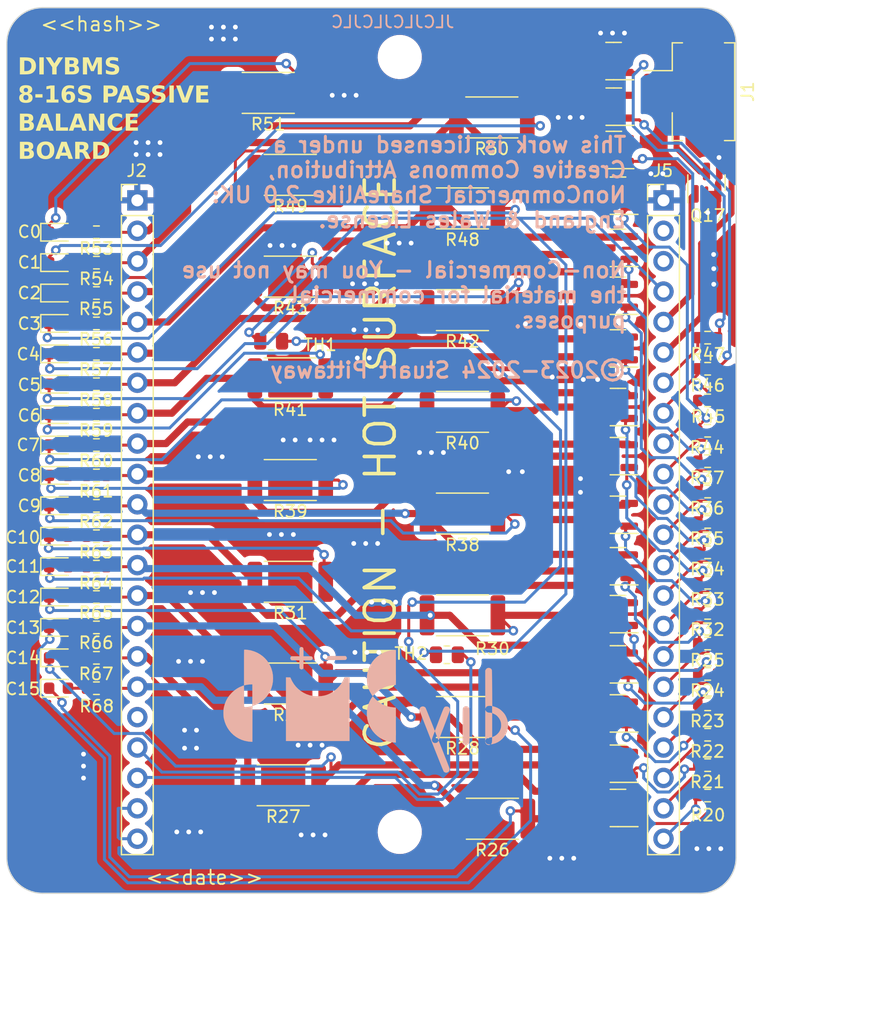
<source format=kicad_pcb>
(kicad_pcb (version 20221018) (generator pcbnew)
  (layers (0 "F.Cu" signal) (31 "B.Cu" signal) (34 "B.Paste" user) (35 "F.Paste" user) (36 "B.SilkS" user "B.Silkscreen") (37 "F.SilkS" user "F.Silkscreen") (38 "B.Mask" user) (39 "F.Mask" user) (44 "Edge.Cuts" user))
  (net 0 "")
  (net 1 "Net-(C0-K)")
  (net 2 "Net-(C0-A)")
  (net 3 "Net-(C1-K)")
  (net 4 "Net-(C1-A)")
  (net 5 "Net-(C2-K)")
  (net 6 "Net-(C2-A)")
  (net 7 "Net-(C3-K)")
  (net 8 "Net-(C3-A)")
  (net 9 "Net-(C4-K)")
  (net 10 "Net-(C4-A)")
  (net 11 "Net-(C5-K)")
  (net 12 "Net-(C5-A)")
  (net 13 "Net-(C6-K)")
  (net 14 "Net-(C6-A)")
  (net 15 "Net-(C7-K)")
  (net 16 "Net-(C7-A)")
  (net 17 "Net-(C8-K)")
  (net 18 "Net-(C8-A)")
  (net 19 "Net-(C9-K)")
  (net 20 "Net-(C9-A)")
  (net 21 "Net-(C10-K)")
  (net 22 "Net-(C10-A)")
  (net 23 "Net-(C11-K)")
  (net 24 "Net-(C11-A)")
  (net 25 "Net-(C12-K)")
  (net 26 "Net-(C12-A)")
  (net 27 "Net-(C13-K)")
  (net 28 "Net-(C13-A)")
  (net 29 "Net-(C14-K)")
  (net 30 "Net-(C14-A)")
  (net 31 "Net-(C15-K)")
  (net 32 "Net-(C15-A)")
  (net 33 "STEP_DOWN_V")
  (net 34 "Net-(J1-Pin_2)")
  (net 35 "GND")
  (net 36 "CV1")
  (net 37 "CV2")
  (net 38 "CV3")
  (net 39 "CV4")
  (net 40 "CV5")
  (net 41 "CV6")
  (net 42 "CV7")
  (net 43 "CV8")
  (net 44 "CV9")
  (net 45 "CV10")
  (net 46 "CV11")
  (net 47 "CV12")
  (net 48 "CV13")
  (net 49 "CV14")
  (net 50 "CV15")
  (net 51 "CV16")
  (net 53 "T1")
  (net 54 "T2")
  (net 55 "+3.3V")
  (net 58 "TH_ENABLE")
  (net 59 "FAN")
  (net 60 "BA1")
  (net 61 "BA2")
  (net 62 "BA3")
  (net 63 "BA4")
  (net 64 "BA5")
  (net 65 "BA6")
  (net 66 "BA7")
  (net 67 "BA8")
  (net 68 "BA9")
  (net 69 "BA10")
  (net 70 "BA11")
  (net 71 "BA12")
  (net 72 "BA13")
  (net 73 "BA14")
  (net 74 "BA15")
  (net 75 "BA16")
  (net 76 "Net-(Q1-G)")
  (net 77 "Net-(Q2-G)")
  (net 78 "Net-(Q3-G)")
  (net 79 "Net-(Q4-G)")
  (net 80 "Net-(Q5-G)")
  (net 81 "Net-(Q6-G)")
  (net 82 "Net-(Q7-G)")
  (net 83 "Net-(Q8-G)")
  (net 84 "Net-(Q9-G)")
  (net 85 "Net-(Q10-G)")
  (net 86 "Net-(Q11-G)")
  (net 87 "Net-(Q12-G)")
  (net 88 "Net-(Q13-G)")
  (net 89 "Net-(Q14-G)")
  (net 90 "Net-(Q15-G)")
  (net 91 "Net-(Q16-G)")
  (footprint "Resistor_SMD:R_2512_6332Metric" (layer "F.Cu") (at 180.49375 113.4 180)
    (fp_text reference "R38")
    (fp_text value "18R 2W")
  )
  (footprint "Resistor_SMD:R_2512_6332Metric" (layer "F.Cu") (at 166.09375 127.6 180)
    (fp_text reference "R29")
    (fp_text value "18R 2W")
  )
  (footprint "Package_TO_SOT_SMD:SOT-23" (layer "F.Cu") (at 193.5 99.6 180)
    (fp_text reference "Q10" hide)
    (fp_text value "AO3400A")
  )
  (footprint "Connector_PinHeader_2.54mm:PinHeader_1x22_P2.54mm_Vertical" (layer "F.Cu") (at 197.3072 87.23)
    (fp_text reference "J5")
    (fp_text value "22PIN")
  )
  (footprint "Resistor_SMD:R_0603_1608Metric" (layer "F.Cu") (at 149.8801 120.3724 180)
    (fp_text reference "R65")
    (fp_text value "330R")
  )
  (footprint "LED_SMD:LED_0603_1608Metric" (layer "F.Cu") (at 146.710325 115.2924)
    (fp_text reference "C10")
    (fp_text value "Yellow")
  )
  (footprint "Package_TO_SOT_SMD:SOT-23" (layer "F.Cu") (at 193.5 130.1 180)
    (fp_text reference "Q3" hide)
    (fp_text value "AO3400A")
  )
  (footprint "Resistor_SMD:R_2512_6332Metric" (layer "F.Cu") (at 180.49375 121.9 180)
    (fp_text reference "R30")
    (fp_text value "18R 2W")
  )
  (footprint "Resistor_SMD:R_2512_6332Metric" (layer "F.Cu") (at 166.09375 93.6 180)
    (fp_text reference "R43")
    (fp_text value "18R 2W")
  )
  (footprint "Package_TO_SOT_SMD:SOT-23" (layer "F.Cu") (at 200.9 85.75 90)
    (fp_text reference "Q17")
    (fp_text value "SZNUD3160")
  )
  (footprint "LED_SMD:LED_0603_1608Metric" (layer "F.Cu") (at 146.710325 127.9924)
    (fp_text reference "C15")
    (fp_text value "Yellow")
  )
  (footprint "Resistor_SMD:R_2512_6332Metric" (layer "F.Cu") (at 166.09375 119.1 180)
    (fp_text reference "R31")
    (fp_text value "18R 2W")
  )
  (footprint "Resistor_SMD:R_0603_1608Metric" (layer "F.Cu") (at 149.8801 115.2924 180)
    (fp_text reference "R63")
    (fp_text value "330R")
  )
  (footprint "Resistor_SMD:R_0603_1608Metric" (layer "F.Cu") (at 201 109.02 180)
    (fp_text reference "R37")
    (fp_text value "100R")
  )
  (footprint "Resistor_SMD:R_0603_1608Metric" (layer "F.Cu") (at 149.8801 125.4524 180)
    (fp_text reference "R67")
    (fp_text value "330R")
  )
  (footprint "Resistor_SMD:R_0603_1608Metric" (layer "F.Cu") (at 201 134.42 180)
    (fp_text reference "R21")
    (fp_text value "100R")
  )
  (footprint "LED_SMD:LED_0603_1608Metric" (layer "F.Cu") (at 146.710325 120.3724)
    (fp_text reference "C12")
    (fp_text value "Yellow")
  )
  (footprint "Resistor_SMD:R_2512_6332Metric" (layer "F.Cu") (at 180.49375 104.9 180)
    (fp_text reference "R40")
    (fp_text value "18R 2W")
  )
  (footprint "Resistor_SMD:R_2512_6332Metric" (layer "F.Cu") (at 180.49375 130.4 180)
    (fp_text reference "R28")
    (fp_text value "18R 2W")
  )
  (footprint "Resistor_SMD:R_0603_1608Metric" (layer "F.Cu") (at 201 103.94)
    (fp_text reference "R45")
    (fp_text value "100R")
  )
  (footprint "Resistor_SMD:R_2512_6332Metric" (layer "F.Cu") (at 180.49375 87.9 180)
    (fp_text reference "R48")
    (fp_text value "18R 2W")
  )
  (footprint "Resistor_SMD:R_2512_6332Metric" (layer "F.Cu") (at 166.09375 102.1 180)
    (fp_text reference "R41")
    (fp_text value "18R 2W")
  )
  (footprint "Resistor_SMD:R_0603_1608Metric" (layer "F.Cu") (at 201 121.7 180)
    (fp_text reference "R32")
    (fp_text value "100R")
  )
  (footprint "LED_SMD:LED_0603_1608Metric" (layer "F.Cu") (at 146.710325 110.2124)
    (fp_text reference "C8")
    (fp_text value "Yellow")
  )
  (footprint "Package_TO_SOT_SMD:SOT-23" (layer "F.Cu") (at 193.5 117.8 180)
    (fp_text reference "Q6" hide)
    (fp_text value "AO3400A")
  )
  (footprint "LED_SMD:LED_0603_1608Metric" (layer "F.Cu") (at 146.710325 92.4324)
    (fp_text reference "C1")
    (fp_text value "Yellow")
  )
  (footprint "Resistor_SMD:R_0603_1608Metric" (layer "F.Cu") (at 201 131.88 180)
    (fp_text reference "R22")
    (fp_text value "100R")
  )
  (footprint "LED_SMD:LED_0603_1608Metric" (layer "F.Cu") (at 146.710325 122.9124)
    (fp_text reference "C13")
    (fp_text value "Yellow")
  )
  (footprint "Package_TO_SOT_SMD:SOT-23" (layer "F.Cu") (at 193.5 134.3 180)
    (fp_text reference "Q2" hide)
    (fp_text value "AO3400A")
  )
  (footprint "Resistor_SMD:R_2512_6332Metric" (layer "F.Cu") (at 166.09375 85.1 180)
    (fp_text reference "R49")
    (fp_text value "18R 2W")
  )
  (footprint "MountingHole:MountingHole_3.2mm_M3" (layer "F.Cu") (at 175.25 140)
    (fp_text reference "H1" hide)
    (fp_text value "MountingHole")
  )
  (footprint "Resistor_SMD:R_2512_6332Metric" (layer "F.Cu") (at 164.25 78.25 180)
    (fp_text reference "R51")
    (fp_text value "18R 2W")
  )
  (footprint "Resistor_SMD:R_0603_1608Metric" (layer "F.Cu") (at 149.8801 105.1324 180)
    (fp_text reference "R59")
    (fp_text value "330R")
  )
  (footprint "Resistor_SMD:R_0603_1608Metric" (layer "F.Cu") (at 201 136.96)
    (fp_text reference "R20")
    (fp_text value "100R")
  )
  (footprint "Resistor_SMD:R_0603_1608Metric" (layer "F.Cu") (at 201 106.48 180)
    (fp_text reference "R44")
    (fp_text value "100R")
  )
  (footprint "Resistor_SMD:R_0603_1608Metric" (layer "F.Cu") (at 149.8801 97.5124 180)
    (fp_text reference "R56")
    (fp_text value "330R")
  )
  (footprint "Package_TO_SOT_SMD:SOT-23" (layer "F.Cu") (at 193.5 86.839999 180)
    (fp_text reference "Q13" hide)
    (fp_text value "AO3400A")
  )
  (footprint "Package_TO_SOT_SMD:SOT-23" (layer "F.Cu") (at 193.5 138 180)
    (fp_text reference "Q1" hide)
    (fp_text value "AO3400A")
  )
  (footprint "LED_SMD:LED_0603_1608Metric" (layer "F.Cu") (at 146.710325 107.6724)
    (fp_text reference "C7")
    (fp_text value "Yellow")
  )
  (footprint "Package_TO_SOT_SMD:SOT-23" (layer "F.Cu") (at 193.5 113.5 180)
    (fp_text reference "Q7" hide)
    (fp_text value "AO3400A")
  )
  (footprint "LED_SMD:LED_0603_1608Metric" (layer "F.Cu") (at 146.710325 89.8924)
    (fp_text reference "C0")
    (fp_text value "Yellow")
  )
  (footprint "Resistor_SMD:R_0603_1608Metric" (layer "F.Cu") (at 201 111.56 180)
    (fp_text reference "R36")
    (fp_text value "100R")
  )
  (footprint "LED_SMD:LED_0603_1608Metric" (layer "F.Cu") (at 146.710325 112.7524)
    (fp_text reference "C9")
    (fp_text value "Yellow")
  )
  (footprint "LED_SMD:LED_0603_1608Metric" (layer "F.Cu") (at 146.710325 125.4524)
    (fp_text reference "C14")
    (fp_text value "Yellow")
  )
  (footprint "Resistor_SMD:R_0603_1608Metric" (layer "F.Cu") (at 201 129.34 180)
    (fp_text reference "R23")
    (fp_text value "100R")
  )
  (footprint "Package_TO_SOT_SMD:SOT-23" (layer "F.Cu") (at 193.5 126 180)
    (fp_text reference "Q4" hide)
    (fp_text value "AO3400A")
  )
  (footprint "LED_SMD:LED_0603_1608Metric" (layer "F.Cu") (at 146.710325 102.5924)
    (fp_text reference "C5")
    (fp_text value "Yellow")
  )
  (footprint "Resistor_SMD:R_0603_1608Metric" (layer "F.Cu") (at 149.8801 102.5924 180)
    (fp_text reference "R58")
    (fp_text value "330R")
  )
  (footprint "Resistor_SMD:R_0603_1608Metric" (layer "F.Cu") (at 201 101.3)
    (fp_text reference "R46")
    (fp_text value "100R")
  )
  (footprint "Resistor_SMD:R_0805_2012Metric" (layer "F.Cu") (at 164.49375 99)
    (fp_text reference "TH1")
    (fp_text value "10K NTC")
  )
  (footprint "Package_TO_SOT_SMD:SOT-23" (layer "F.Cu") (at 193.5 104.5 180)
    (fp_text reference "Q9" hide)
    (fp_text value "AO3400A")
  )
  (footprint "LED_SMD:LED_0603_1608Metric" (layer "F.Cu") (at 146.710325 117.8324)
    (fp_text reference "C11")
    (fp_text value "Yellow")
  )
  (footprint "Resistor_SMD:R_2512_6332Metric" (layer "F.Cu") (at 182.95 80.3 180)
    (fp_text reference "R50")
    (fp_text value "18R 2W")
  )
  (footprint "Resistor_SMD:R_0603_1608Metric" (layer "F.Cu") (at 149.8801 110.2124 180)
    (fp_text reference "R61")
    (fp_text value "330R")
  )
  (footprint "Resistor_SMD:R_0603_1608Metric" (layer "F.Cu") (at 149.8801 107.6724 180)
    (fp_text reference "R60")
    (fp_text value "330R")
  )
  (footprint "Resistor_SMD:R_0603_1608Metric" (layer "F.Cu") (at 149.8801 117.8324 180)
    (fp_text reference "R64")
    (fp_text value "330R")
  )
  (footprint "Resistor_SMD:R_0603_1608Metric" (layer "F.Cu") (at 201 119.18 180)
    (fp_text reference "R33")
    (fp_text value "100R")
  )
  (footprint "Resistor_SMD:R_0603_1608Metric" (layer "F.Cu") (at 149.8801 89.8924 180)
    (fp_text reference "R53")
    (fp_text value "330R")
  )
  (footprint "Resistor_SMD:R_0603_1608Metric" (layer "F.Cu") (at 149.8801 122.9124 180)
    (fp_text reference "R66")
    (fp_text value "330R")
  )
  (footprint "Package_TO_SOT_SMD:SOT-23" (layer "F.Cu") (at 193.13375 75.59 180)
    (fp_text reference "Q16" hide)
    (fp_text value "AO3400A")
  )
  (footprint "LED_SMD:LED_0603_1608Metric" (layer "F.Cu") (at 146.710325 105.1324)
    (fp_text reference "C6")
    (fp_text value "Yellow")
  )
  (footprint "Resistor_SMD:R_0603_1608Metric" (layer "F.Cu") (at 201 126.8 180)
    (fp_text reference "R24")
    (fp_text value "100R")
  )
  (footprint "MountingHole:MountingHole_3.2mm_M3" (layer "F.Cu") (at 175.25 75.25)
    (fp_text reference "H2" hide)
    (fp_text value "MountingHole")
  )
  (footprint "Resistor_SMD:R_0603_1608Metric" (layer "F.Cu") (at 149.8801 94.9724 180)
    (fp_text reference "R55")
    (fp_text value "330R")
  )
  (footprint "LED_SMD:LED_0603_1608Metric" (layer "F.Cu") (at 146.710325 94.9724)
    (fp_text reference "C2")
    (fp_text value "Yellow")
  )
  (footprint "Connector_PinHeader_2.54mm:PinHeader_1x22_P2.54mm_Vertical" (layer "F.Cu") (at 153.3 87.23)
    (fp_text reference "J2")
    (fp_text value "22PIN")
  )
  (footprint "Resistor_SMD:R_0805_2012Metric" (layer "F.Cu") (at 179.19375 125.2)
    (fp_text reference "TH2")
    (fp_text value "10K NTC")
  )
  (footprint "Resistor_SMD:R_0603_1608Metric" (layer "F.Cu") (at 149.8801 92.4324 180)
    (fp_text reference "R54")
    (fp_text value "330R")
  )
  (footprint "Resistor_SMD:R_2512_6332Metric" (layer "F.Cu") (at 183 138.9 180)
    (fp_text reference "R26")
    (fp_text value "18R 2W")
  )
  (footprint "Package_TO_SOT_SMD:SOT-23" (layer "F.Cu") (at 193.15 83.02 180)
    (fp_text reference "Q14" hide)
    (fp_text value "AO3400A")
  )
  (footprint "Package_TO_SOT_SMD:SOT-23" (layer "F.Cu") (at 193.5 95.2 180)
    (fp_text reference "Q11" hide)
    (fp_text value "AO3400A")
  )
  (footprint "Package_TO_SOT_SMD:SOT-23" (layer "F.Cu") (at 193.5 91.2 180)
    (fp_text reference "Q12" hide)
    (fp_text value "AO3400A")
  )
  (footprint "Resistor_SMD:R_2512_6332Metric" (layer "F.Cu") (at 180.49375 96.4 180)
    (fp_text reference "R42")
    (fp_text value "18R 2W")
  )
  (footprint "Package_TO_SOT_SMD:SOT-23" (layer "F.Cu") (at 193.15 79.4 180)
    (fp_text reference "Q15" hide)
    (fp_text value "AO3400A")
  )
  (footprint "Resistor_SMD:R_0603_1608Metric" (layer "F.Cu") (at 201 98.7)
    (fp_text reference "R47")
    (fp_text value "100R")
  )
  (footprint "Connector_JST:JST_PH_B2B-PH-SM4-TB_1x02-1MP_P2.00mm_Vertical" (layer "F.Cu") (at 198.9 78.15 -90)
    (fp_text reference "J1")
    (fp_text value "FAN_12V")
  )
  (footprint "Resistor_SMD:R_0603_1608Metric" (layer "F.Cu") (at 201 114.1 180)
    (fp_text reference "R35")
    (fp_text value "100R")
  )
  (footprint "Resistor_SMD:R_0603_1608Metric" (layer "F.Cu") (at 201 116.64 180)
    (fp_text reference "R34")
    (fp_text value "100R")
  )
  (footprint "Resistor_SMD:R_2512_6332Metric" (layer "F.Cu") (at 166.09375 110.6 180)
    (fp_text reference "R39")
    (fp_text value "18R 2W")
  )
  (footprint "LED_SMD:LED_0603_1608Metric" (layer "F.Cu") (at 146.710325 97.5124)
    (fp_text reference "C3")
    (fp_text value "Yellow")
  )
  (footprint "Package_TO_SOT_SMD:SOT-23" (layer "F.Cu") (at 193.5 108.6 180)
    (fp_text reference "Q8" hide)
    (fp_text value "AO3400A")
  )
  (footprint "Resistor_SMD:R_0603_1608Metric" (layer "F.Cu") (at 201 124.26 180)
    (fp_text reference "R25")
    (fp_text value "100R")
  )
  (footprint "Resistor_SMD:R_0603_1608Metric" (layer "F.Cu") (at 149.8801 112.7524 180)
    (fp_text reference "R62")
    (fp_text value "330R")
  )
  (footprint "LED_SMD:LED_0603_1608Metric" (layer "F.Cu") (at 146.710325 100.0524)
    (fp_text reference "C4")
    (fp_text value "Yellow")
  )
  (footprint "Package_TO_SOT_SMD:SOT-23" (layer "F.Cu") (at 193.5 121.8 180)
    (fp_text reference "Q5" hide)
    (fp_text value "AO3400A")
  )
  (footprint "Resistor_SMD:R_0603_1608Metric" (layer "F.Cu") (at 149.8801 127.9924 180)
    (fp_text reference "R68")
    (fp_text value "330R")
  )
  (footprint "Resistor_SMD:R_2512_6332Metric" (layer "F.Cu") (at 165.5 136.1 180)
    (fp_text reference "R27")
    (fp_text value "18R 2W")
  )
  (footprint "Resistor_SMD:R_0603_1608Metric" (layer "F.Cu") (at 149.8801 100.0524 180)
    (fp_text reference "R57")
    (fp_text value "330R")
  )
  (footprint "DIYBMS:diybms_logo_24x10mm" (layer "B.Cu") (at 172.4 129.8 180)
    (fp_text reference "G2" hide)
    (fp_text value "DIYBMS_LOGO" hide)
  )
  (gr_line (start 142.37868 142.12868) (end 142.37868 74.12868) (stroke (width 0.1)) (layer "Edge.Cuts"))
  (gr_line (start 203.37868 74.12868) (end 203.37868 142.12868) (stroke (width 0.1)) (layer "Edge.Cuts"))
  (gr_arc (start 203.37868 142.12868) (mid 202.5 144.25) (end 200.37868 145.12868) (stroke (width 0.1)) (layer "Edge.Cuts"))
  (gr_line (start 200.37868 145.12868) (end 145.37868 145.12868) (stroke (width 0.1)) (layer "Edge.Cuts"))
  (gr_arc (start 145.37868 145.12868) (mid 143.25736 144.25) (end 142.37868 142.12868) (stroke (width 0.1)) (layer "Edge.Cuts"))
  (gr_arc (start 200.37868 71.12868) (mid 202.5 72.00736) (end 203.37868 74.12868) (stroke (width 0.1)) (layer "Edge.Cuts"))
  (gr_line (start 145.37868 71.12868) (end 200.37868 71.12868) (stroke (width 0.1)) (layer "Edge.Cuts"))
  (gr_arc (start 142.37868 74.12868) (mid 143.25736 72.00736) (end 145.37868 71.12868) (stroke (width 0.1)) (layer "Edge.Cuts"))
  (gr_text "JLCJLCJLCJLC" (at 179.9 72.9) (layer "B.SilkS") (effects (font (size 1 1)) (justify left bottom mirror)))
  (gr_text "CAUTION - HOT SURFACE" (at 175.1 133.35 90) (layer "F.SilkS") (effects (font (size 2.5 2.5) (thickness 0.3)) (justify left bottom)))
  (gr_text "<<date>>" (at 153.9 144.5) (layer "F.SilkS") (effects (font (size 1.2 1.2)) (justify left bottom)))
  (gr_text "<<hash>>" (at 145.1 73.2) (layer "F.SilkS") (effects (font (size 1.2 1.2)) (justify left bottom)))
  (gr_text "DIYBMS\n8-16S PASSIVE \nBALANCE\nBOARD" (at 143.3 84) (layer "F.SilkS") (effects (font (size 1.4 1.4) (thickness 0.28) bold) (justify left bottom)))
  (gr_text_box "This work is licensed under a Creative Commons Attribution, NonCommercial ShareAlike 2.0 UK: England & Wales License.\n\nNon-Commercial - You may not use the material for commercial purposes.\n\n©2023-2024 Stuart Pittaway" (start 155.2 80.85) (end 195.3 123.25) (layer "B.SilkS") (effects (font (size 1.3 1.3) (thickness 0.25) bold) (justify left top mirror)))
  (segment (start 168.7125 79.75) (end 176.15 79.75) (width 0.6) (layer "F.Cu") (net 1))
  (segment (start 167.2125 77.2625) (end 167.2125 78.25) (width 0.25) (layer "F.Cu") (net 1))
  (segment (start 145.922825 89.8924) (end 145.922825 89.249675) (width 0.25) (layer "F.Cu") (net 1))
  (segment (start 145.922825 89.249675) (end 146.4801 88.6924) (width 0.25) (layer "F.Cu") (net 1))
  (segment (start 191.78625 76) (end 192.19625 75.59) (width 0.6) (layer "F.Cu") (net 1))
  (segment (start 165.75 75.8) (end 167.2125 77.2625) (width 0.25) (layer "F.Cu") (net 1))
  (segment (start 176.15 79.75) (end 179.9 76) (width 0.6) (layer "F.Cu") (net 1))
  (segment (start 167.2125 78.25) (end 168.7125 79.75) (width 0.6) (layer "F.Cu") (net 1))
  (segment (start 179.9 76) (end 191.78625 76) (width 0.6) (layer "F.Cu") (net 1))
  (via (at 146.4801 88.6924) (size 0.8) (drill 0.4) (layers "F.Cu" "B.Cu") (net 1))
  (via (at 165.75 75.8) (size 0.8) (drill 0.4) (layers "F.Cu" "B.Cu") (net 1))
  (segment (start 146.4801 87.0199) (end 146.4801 88.6924) (width 0.25) (layer "B.Cu") (net 1))
  (segment (start 157.7 75.8) (end 146.4801 87.0199) (width 0.25) (layer "B.Cu") (net 1))
  (segment (start 165.75 75.8) (end 157.7 75.8) (width 0.25) (layer "B.Cu") (net 1))
  (segment (start 147.497825 89.8924) (end 149.0551 89.8924) (width 0.25) (layer "F.Cu") (net 2))
  (segment (start 191.1125 78.3) (end 192.2125 79.4) (width 0.6) (layer "F.Cu") (net 3))
  (segment (start 145.922825 91.949675) (end 146.4801 91.3924) (width 0.25) (layer "F.Cu") (net 3))
  (segment (start 187.9125 78.3) (end 191.1125 78.3) (width 0.6) (layer "F.Cu") (net 3))
  (segment (start 185.9125 80.3) (end 187.9125 78.3) (width 0.6) (layer "F.Cu") (net 3))
  (segment (start 186.6125 81) (end 185.9125 80.3) (width 0.25) (layer "F.Cu") (net 3))
  (segment (start 186.99375 81) (end 186.6125 81) (width 0.25) (layer "F.Cu") (net 3))
  (segment (start 145.922825 92.4324) (end 145.922825 91.949675) (width 0.25) (layer "F.Cu") (net 3))
  (via (at 146.4801 91.3924) (size 0.8) (drill 0.4) (layers "F.Cu" "B.Cu") (net 3))
  (via (at 186.99375 81) (size 0.8) (drill 0.4) (layers "F.Cu" "B.Cu") (net 3))
  (segment (start 155.25 91) (end 146.8725 91) (width 0.25) (layer "B.Cu") (net 3))
  (segment (start 146.8725 91) (end 146.4801 91.3924) (width 0.25) (layer "B.Cu") (net 3))
  (segment (start 165.25 81) (end 186.99375 81) (width 0.25) (layer "B.Cu") (net 3))
  (segment (start 155.25 91) (end 165.25 81) (width 0.25) (layer "B.Cu") (net 3))
  (segment (start 147.497825 92.4324) (end 149.0551 92.4324) (width 0.25) (layer "F.Cu") (net 4))
  (segment (start 191.21375 83.02) (end 189.93375 84.3) (width 0.6) (layer "F.Cu") (net 5))
  (segment (start 161.5 83.875) (end 162.275 83.1) (width 0.25) (layer "F.Cu") (net 5))
  (segment (start 154.575 93.675) (end 161.5 86.75) (width 0.25) (layer "F.Cu") (net 5))
  (segment (start 162.275 83.1) (end 167.05625 83.1) (width 0.25) (layer "F.Cu") (net 5))
  (segment (start 167.05625 83.1) (end 169.05625 85.1) (width 0.25) (layer "F.Cu") (net 5))
  (segment (start 145.922825 94.9724) (end 147.220225 93.675) (width 0.25) (layer "F.Cu") (net 5))
  (segment (start 169.85625 84.3) (end 169.05625 85.1) (width 0.6) (layer "F.Cu") (net 5))
  (segment (start 189.93375 84.3) (end 169.85625 84.3) (width 0.6) (layer "F.Cu") (net 5))
  (segment (start 161.5 86.75) (end 161.5 83.875) (width 0.25) (layer "F.Cu") (net 5))
  (segment (start 192.2125 83.02) (end 191.21375 83.02) (width 0.6) (layer "F.Cu") (net 5))
  (segment (start 147.220225 93.675) (end 154.575 93.675) (width 0.25) (layer "F.Cu") (net 5))
  (segment (start 147.497825 94.9724) (end 149.0551 94.9724) (width 0.25) (layer "F.Cu") (net 6))
  (segment (start 184.79375 87.9) (end 183.45625 87.9) (width 0.25) (layer "F.Cu") (net 7))
  (segment (start 192.5625 86.839999) (end 184.516251 86.839999) (width 0.6) (layer "F.Cu") (net 7))
  (segment (start 184.89375 88) (end 184.79375 87.9) (width 0.25) (layer "F.Cu") (net 7))
  (segment (start 145.922825 98.549675) (end 145.7801 98.6924) (width 0.25) (layer "F.Cu") (net 7))
  (segment (start 145.922825 97.5124) (end 145.922825 98.549675) (width 0.25) (layer "F.Cu") (net 7))
  (segment (start 184.516251 86.839999) (end 183.45625 87.9) (width 0.6) (layer "F.Cu") (net 7))
  (via (at 184.89375 88) (size 0.8) (drill 0.4) (layers "F.Cu" "B.Cu") (net 7))
  (via (at 145.7801 98.6924) (size 0.8) (drill 0.4) (layers "F.Cu" "B.Cu") (net 7))
  (segment (start 145.8377 98.75) (end 145.7801 98.6924) (width 0.25) (layer "B.Cu") (net 7))
  (segment (start 184.89375 88) (end 184.61875 88.275) (width 0.25) (layer "B.Cu") (net 7))
  (segment (start 154.25 98.75) (end 145.8377 98.75) (width 0.25) (layer "B.Cu") (net 7))
  (segment (start 184.61875 88.275) (end 164.725 88.275) (width 0.25) (layer "B.Cu") (net 7))
  (segment (start 164.725 88.275) (end 154.25 98.75) (width 0.25) (layer "B.Cu") (net 7))
  (segment (start 147.497825 97.5124) (end 149.0551 97.5124) (width 0.25) (layer "F.Cu") (net 8))
  (segment (start 192.5625 91.2) (end 190.55 91.2) (width 0.6) (layer "F.Cu") (net 9))
  (segment (start 145.922825 101.235125) (end 145.9801 101.2924) (width 0.25) (layer "F.Cu") (net 9))
  (segment (start 170.90625 91.75) (end 169.05625 93.6) (width 0.6) (layer "F.Cu") (net 9))
  (segment (start 167.931451 92.475201) (end 169.05625 93.6) (width 0.25) (layer "F.Cu") (net 9))
  (segment (start 145.922825 100.0524) (end 145.922825 101.235125) (width 0.25) (layer "F.Cu") (net 9))
  (segment (start 190.55 91.2) (end 190 91.75) (width 0.6) (layer "F.Cu") (net 9))
  (segment (start 190 91.75) (end 170.90625 91.75) (width 0.6) (layer "F.Cu") (net 9))
  (segment (start 167.931451 91.6) (end 167.931451 92.475201) (width 0.25) (layer "F.Cu") (net 9))
  (via (at 167.931451 91.6) (size 0.8) (drill 0.4) (layers "F.Cu" "B.Cu") (net 9))
  (via (at 145.9801 101.2924) (size 0.8) (drill 0.4) (layers "F.Cu" "B.Cu") (net 9))
  (segment (start 167.931451 91.668549) (end 158.3076 101.2924) (width 0.25) (layer "B.Cu") (net 9))
  (segment (start 167.931451 91.6) (end 167.931451 91.668549) (width 0.25) (layer "B.Cu") (net 9))
  (segment (start 158.3076 101.2924) (end 145.9801 101.2924) (width 0.25) (layer "B.Cu") (net 9))
  (segment (start 147.497825 100.0524) (end 149.0551 100.0524) (width 0.25) (layer "F.Cu") (net 10))
  (segment (start 145.922825 103.649675) (end 145.7801 103.7924) (width 0.25) (layer "F.Cu") (net 11))
  (segment (start 184.65625 95.2) (end 183.589585 96.266665) (width 0.6) (layer "F.Cu") (net 11))
  (segment (start 145.922825 102.5924) (end 145.922825 103.649675) (width 0.25) (layer "F.Cu") (net 11))
  (segment (start 192.5625 95.2) (end 184.65625 95.2) (width 0.6) (layer "F.Cu") (net 11))
  (segment (start 185.19375 94.6625) (end 183.45625 96.4) (width 0.25) (layer "F.Cu") (net 11))
  (segment (start 185.19375 94.1) (end 185.19375 94.6625) (width 0.25) (layer "F.Cu") (net 11))
  (via (at 185.19375 94.1) (size 0.8) (drill 0.4) (layers "F.Cu" "B.Cu") (net 11))
  (via (at 145.7801 103.7924) (size 0.8) (drill 0.4) (layers "F.Cu" "B.Cu") (net 11))
  (segment (start 145.7801 103.7924) (end 157.7076 103.7924) (width 0.25) (layer "B.Cu") (net 11))
  (segment (start 183.91375 95.28) (end 185.09375 94.1) (width 0.25) (layer "B.Cu") (net 11))
  (segment (start 168.11375 95.28) (end 183.91375 95.28) (width 0.25) (layer "B.Cu") (net 11))
  (segment (start 162.3 99.2) (end 164.19375 99.2) (width 0.25) (layer "B.Cu") (net 11))
  (segment (start 185.09375 94.1) (end 185.19375 94.1) (width 0.25) (layer "B.Cu") (net 11))
  (segment (start 157.7076 103.7924) (end 162.3 99.2) (width 0.25) (layer "B.Cu") (net 11))
  (segment (start 164.19375 99.2) (end 168.11375 95.28) (width 0.25) (layer "B.Cu") (net 11))
  (segment (start 147.497825 102.5924) (end 149.0551 102.5924) (width 0.25) (layer "F.Cu") (net 12))
  (segment (start 176.4 100.3) (end 174.6 102.1) (width 0.6) (layer "F.Cu") (net 13))
  (segment (start 145.922825 106.249675) (end 145.7801 106.3924) (width 0.25) (layer "F.Cu") (net 13))
  (segment (start 191.8625 100.3) (end 176.4 100.3) (width 0.6) (layer "F.Cu") (net 13))
  (segment (start 174.6 102.1) (end 169.05625 102.1) (width 0.6) (layer "F.Cu") (net 13))
  (segment (start 192.5625 99.6) (end 191.8625 100.3) (width 0.6) (layer "F.Cu") (net 13))
  (segment (start 168.59375 100.1) (end 168.59375 101.6375) (width 0.25) (layer "F.Cu") (net 13))
  (segment (start 145.922825 105.1324) (end 145.922825 106.249675) (width 0.25) (layer "F.Cu") (net 13))
  (via (at 168.59375 100.1) (size 0.8) (drill 0.4) (layers "F.Cu" "B.Cu") (net 13))
  (via (at 145.7801 106.3924) (size 0.8) (drill 0.4) (layers "F.Cu" "B.Cu") (net 13))
  (segment (start 145.9225 106.25) (end 145.7801 106.3924) (width 0.25) (layer "B.Cu") (net 13))
  (segment (start 156 106.25) (end 145.9225 106.25) (width 0.25) (layer "B.Cu") (net 13))
  (segment (start 168.59375 100.1) (end 168.49375 100) (width 0.25) (layer "B.Cu") (net 13))
  (segment (start 162.25 100) (end 156 106.25) (width 0.25) (layer "B.Cu") (net 13))
  (segment (start 168.49375 100) (end 162.25 100) (width 0.25) (layer "B.Cu") (net 13))
  (segment (start 147.497825 105.1324) (end 149.0551 105.1324) (width 0.25) (layer "F.Cu") (net 14))
  (segment (start 186.8 104.5) (end 186.5 104.8) (width 0.6) (layer "F.Cu") (net 15))
  (segment (start 145.922825 107.6724) (end 145.922825 108.835125) (width 0.25) (layer "F.Cu") (net 15))
  (segment (start 183.55625 104.8) (end 183.45625 104.9) (width 0.6) (layer "F.Cu") (net 15))
  (segment (start 145.922825 108.835125) (end 145.9801 108.8924) (width 0.25) (layer "F.Cu") (net 15))
  (segment (start 184.35625 104) (end 183.45625 104.9) (width 0.25) (layer "F.Cu") (net 15))
  (segment (start 192.5625 104.5) (end 186.8 104.5) (width 0.6) (layer "F.Cu") (net 15))
  (segment (start 185 104) (end 184.35625 104) (width 0.25) (layer "F.Cu") (net 15))
  (segment (start 186.5 104.8) (end 183.55625 104.8) (width 0.6) (layer "F.Cu") (net 15))
  (via (at 145.9801 108.8924) (size 0.8) (drill 0.4) (layers "F.Cu" "B.Cu") (net 15))
  (via (at 185 104) (size 0.8) (drill 0.4) (layers "F.Cu" "B.Cu") (net 15))
  (segment (start 155.3576 108.8924) (end 145.9801 108.8924) (width 0.25) (layer "B.Cu") (net 15))
  (segment (start 184.9 103.9) (end 160.35 103.9) (width 0.25) (layer "B.Cu") (net 15))
  (segment (start 185 104) (end 184.9 103.9) (width 0.25) (layer "B.Cu") (net 15))
  (segment (start 160.35 103.9) (end 155.3576 108.8924) (width 0.25) (layer "B.Cu") (net 15))
  (segment (start 149.0551 107.6724) (end 147.497825 107.6724) (width 0.25) (layer "F.Cu") (net 16))
  (segment (start 192.5625 108.6) (end 182.4 108.6) (width 0.6) (layer "F.Cu") (net 17))
  (segment (start 145.922825 110.2124) (end 145.922825 111.135125) (width 0.25) (layer "F.Cu") (net 17))
  (segment (start 170.5 111) (end 170.1 110.6) (width 0.25) (layer "F.Cu") (net 17))
  (segment (start 181.42 109.58) (end 170.07625 109.58) (width 0.6) (layer "F.Cu") (net 17))
  (segment (start 170.07625 109.58) (end 169.05625 110.6) (width 0.6) (layer "F.Cu") (net 17))
  (segment (start 170.1 110.6) (end 169.05625 110.6) (width 0.25) (layer "F.Cu") (net 17))
  (segment (start 182.4 108.6) (end 181.42 109.58) (width 0.6) (layer "F.Cu") (net 17))
  (segment (start 145.922825 111.135125) (end 146.0801 111.2924) (width 0.25) (layer "F.Cu") (net 17))
  (via (at 170.5 111) (size 0.8) (drill 0.4) (layers "F.Cu" "B.Cu") (net 17))
  (via (at 146.0801 111.2924) (size 0.8) (drill 0.4) (layers "F.Cu" "B.Cu") (net 17))
  (segment (start 170.5 111) (end 170.2076 111.2924) (width 0.25) (layer "B.Cu") (net 17))
  (segment (start 170.2076 111.2924) (end 146.0801 111.2924) (width 0.25) (layer "B.Cu") (net 17))
  (segment (start 147.497825 110.2124) (end 149.0551 110.2124) (width 0.25) (layer "F.Cu") (net 18))
  (segment (start 186.4 113.9) (end 185.8 113.3) (width 0.6) (layer "F.Cu") (net 19))
  (segment (start 183.99375 113.4) (end 183.45625 113.4) (width 0.25) (layer "F.Cu") (net 19))
  (segment (start 185.8 113.3) (end 183.55625 113.3) (width 0.6) (layer "F.Cu") (net 19))
  (segment (start 192.1625 113.9) (end 186.4 113.9) (width 0.6) (layer "F.Cu") (net 19))
  (segment (start 192.5625 113.5) (end 192.1625 113.9) (width 0.6) (layer "F.Cu") (net 19))
  (segment (start 145.922825 112.7524) (end 145.922825 113.735125) (width 0.25) (layer "F.Cu") (net 19))
  (segment (start 184.87375 114.28) (end 183.99375 113.4) (width 0.25) (layer "F.Cu") (net 19))
  (segment (start 145.922825 113.735125) (end 145.9801 113.7924) (width 0.25) (layer "F.Cu") (net 19))
  (via (at 184.87375 114.28) (size 0.8) (drill 0.4) (layers "F.Cu" "B.Cu") (net 19))
  (via (at 145.9801 113.7924) (size 0.8) (drill 0.4) (layers "F.Cu" "B.Cu") (net 19))
  (segment (start 174.495 113.995) (end 146.1827 113.995) (width 0.25) (layer "B.Cu") (net 19))
  (segment (start 184.12875 115.025) (end 175.525 115.025) (width 0.25) (layer "B.Cu") (net 19))
  (segment (start 175.525 115.025) (end 174.495 113.995) (width 0.25) (layer "B.Cu") (net 19))
  (segment (start 184.87375 114.28) (end 184.12875 115.025) (width 0.25) (layer "B.Cu") (net 19))
  (segment (start 146.1827 113.995) (end 145.9801 113.7924) (width 0.25) (layer "B.Cu") (net 19))
  (segment (start 147.497825 112.7524) (end 149.0551 112.7524) (width 0.25) (layer "F.Cu") (net 20))
  (segment (start 192.5625 117.8) (end 190.58375 117.8) (width 0.6) (layer "F.Cu") (net 21))
  (segment (start 145.922825 115.2924) (end 145.922825 116.249675) (width 0.25) (layer "F.Cu") (net 21))
  (segment (start 190.58375 117.8) (end 190.18375 118.2) (width 0.6) (layer "F.Cu") (net 21))
  (segment (start 169.95625 118.2) (end 169.05625 119.1) (width 0.6) (layer "F.Cu") (net 21))
  (segment (start 145.922825 116.249675) (end 145.8801 116.2924) (width 0.25) (layer "F.Cu") (net 21))
  (segment (start 168.921875 116.828125) (end 168.921875 118.965625) (width 0.25) (layer "F.Cu") (net 21))
  (segment (start 190.18375 118.2) (end 169.95625 118.2) (width 0.6) (layer "F.Cu") (net 21))
  (segment (start 168.921875 118.965625) (end 169.05625 119.1) (width 0.25) (layer "F.Cu") (net 21))
  (via (at 168.921875 116.828125) (size 0.8) (drill 0.4) (layers "F.Cu" "B.Cu") (net 21))
  (via (at 145.8801 116.2924) (size 0.8) (drill 0.4) (layers "F.Cu" "B.Cu") (net 21))
  (segment (start 145.9327 116.345) (end 145.8801 116.2924) (width 0.25) (layer "B.Cu") (net 21))
  (segment (start 153.839301 116.2924) (end 153.786701 116.345) (width 0.25) (layer "B.Cu") (net 21))
  (segment (start 168.921875 116.828125) (end 168.38615 116.2924) (width 0.25) (layer "B.Cu") (net 21))
  (segment (start 168.38615 116.2924) (end 153.839301 116.2924) (width 0.25) (layer "B.Cu") (net 21))
  (segment (start 153.786701 116.345) (end 145.9327 116.345) (width 0.25) (layer "B.Cu") (net 21))
  (segment (start 147.497825 115.2924) (end 149.0551 115.2924) (width 0.25) (layer "F.Cu") (net 22))
  (segment (start 145.922825 118.735125) (end 145.9801 118.7924) (width 0.25) (layer "F.Cu") (net 23))
  (segment (start 192.4625 121.9) (end 183.45625 121.9) (width 0.6) (layer "F.Cu") (net 23))
  (segment (start 184.745 123.18875) (end 183.45625 121.9) (width 0.25) (layer "F.Cu") (net 23))
  (segment (start 145.922825 117.8324) (end 145.922825 118.735125) (width 0.25) (layer "F.Cu") (net 23))
  (segment (start 192.5625 121.8) (end 192.4625 121.9) (width 0.6) (layer "F.Cu") (net 23))
  (via (at 145.9801 118.7924) (size 0.8) (drill 0.4) (layers "F.Cu" "B.Cu") (net 23))
  (via (at 184.745 123.18875) (size 0.8) (drill 0.4) (layers "F.Cu" "B.Cu") (net 23))
  (segment (start 184.73375 123.2) (end 171.19375 123.2) (width 0.25) (layer "B.Cu") (net 23))
  (segment (start 166.78615 118.7924) (end 153.879301 118.7924) (width 0.25) (layer "B.Cu") (net 23))
  (segment (start 153.786701 118.885) (end 146.0727 118.885) (width 0.25) (layer "B.Cu") (net 23))
  (segment (start 184.745 123.18875) (end 184.73375 123.2) (width 0.25) (layer "B.Cu") (net 23))
  (segment (start 171.19375 123.2) (end 166.78615 118.7924) (width 0.25) (layer "B.Cu") (net 23))
  (segment (start 146.0727 118.885) (end 145.9801 118.7924) (width 0.25) (layer "B.Cu") (net 23))
  (segment (start 153.879301 118.7924) (end 153.786701 118.885) (width 0.25) (layer "B.Cu") (net 23))
  (segment (start 147.497825 117.8324) (end 149.0551 117.8324) (width 0.25) (layer "F.Cu") (net 24))
  (segment (start 169 125.3505) (end 169 127.59375) (width 0.25) (layer "F.Cu") (net 25))
  (segment (start 192.5625 126) (end 189.833754 126) (width 0.6) (layer "F.Cu") (net 25))
  (segment (start 169.95625 126.7) (end 169.05625 127.6) (width 0.6) (layer "F.Cu") (net 25))
  (segment (start 189.833754 126) (end 189.133754 126.7) (width 0.6) (layer "F.Cu") (net 25))
  (segment (start 145.922825 120.3724) (end 145.922825 121.335125) (width 0.25) (layer "F.Cu") (net 25))
  (segment (start 145.922825 121.335125) (end 145.9801 121.3924) (width 0.25) (layer "F.Cu") (net 25))
  (segment (start 189.133754 126.7) (end 169.95625 126.7) (width 0.6) (layer "F.Cu") (net 25))
  (via (at 169 125.3505) (size 0.8) (drill 0.4) (layers "F.Cu" "B.Cu") (net 25))
  (via (at 145.9801 121.3924) (size 0.8) (drill 0.4) (layers "F.Cu" "B.Cu") (net 25))
  (segment (start 146.0877 121.5) (end 145.9801 121.3924) (width 0.25) (layer "B.Cu") (net 25))
  (segment (start 165.25 121.5) (end 146.0877 121.5) (width 0.25) (layer "B.Cu") (net 25))
  (segment (start 169 125.25) (end 165.25 121.5) (width 0.25) (layer "B.Cu") (net 25))
  (segment (start 169 125.3505) (end 169 125.25) (width 0.25) (layer "B.Cu") (net 25))
  (segment (start 147.497825 120.3724) (end 149.0551 120.3724) (width 0.25) (layer "F.Cu") (net 26))
  (segment (start 192.5625 130.1) (end 192.2625 130.4) (width 0.6) (layer "F.Cu") (net 27))
  (segment (start 192.2625 130.4) (end 183.45625 130.4) (width 0.6) (layer "F.Cu") (net 27))
  (segment (start 145.922825 122.9124) (end 145.922825 123.835125) (width 0.25) (layer "F.Cu") (net 27))
  (segment (start 145.922825 123.835125) (end 145.9801 123.8924) (width 0.25) (layer "F.Cu") (net 27))
  (segment (start 184.55625 131.5) (end 183.45625 130.4) (width 0.25) (layer "F.Cu") (net 27))
  (segment (start 184.89375 131.5) (end 184.55625 131.5) (width 0.25) (layer "F.Cu") (net 27))
  (via (at 184.89375 131.5) (size 0.8) (drill 0.4) (layers "F.Cu" "B.Cu") (net 27))
  (via (at 145.9801 123.8924) (size 0.8) (drill 0.4) (layers "F.Cu" "B.Cu") (net 27))
  (segment (start 186.19375 139.05625) (end 181 144.25) (width 0.25) (layer "B.Cu") (net 27))
  (segment (start 150.55 142.3) (end 150.55 133.85) (width 0.25) (layer "B.Cu") (net 27))
  (segment (start 150.55 133.85) (end 145 128.3) (width 0.25) (layer "B.Cu") (net 27))
  (segment (start 184.89375 131.5) (end 186.19375 132.8) (width 0.25) (layer "B.Cu") (net 27))
  (segment (start 186.19375 132.8) (end 186.19375 139.05625) (width 0.25) (layer "B.Cu") (net 27))
  (segment (start 152.5 144.25) (end 150.55 142.3) (width 0.25) (layer "B.Cu") (net 27))
  (segment (start 181 144.25) (end 152.5 144.25) (width 0.25) (layer "B.Cu") (net 27))
  (segment (start 145 124.8725) (end 145.9801 123.8924) (width 0.25) (layer "B.Cu") (net 27))
  (segment (start 145 128.3) (end 145 124.8725) (width 0.25) (layer "B.Cu") (net 27))
  (segment (start 147.497825 122.9124) (end 149.0551 122.9124) (width 0.25) (layer "F.Cu") (net 28))
  (segment (start 192.4625 134.4) (end 170.1625 134.4) (width 0.6) (layer "F.Cu") (net 29))
  (segment (start 169.5 133.75) (end 169.5 135.0625) (width 0.25) (layer "F.Cu") (net 29))
  (segment (start 169.5 135.0625) (end 168.4625 136.1) (width 0.25) (layer "F.Cu") (net 29))
  (segment (start 145.922825 126.335125) (end 145.9801 126.3924) (width 0.25) (layer "F.Cu") (net 29))
  (segment (start 145.922825 125.4524) (end 145.922825 126.335125) (width 0.25) (layer "F.Cu") (net 29))
  (segment (start 170.1625 134.4) (end 168.4625 136.1) (width 0.6) (layer "F.Cu") (net 29))
  (segment (start 192.5625 134.3) (end 192.4625 134.4) (width 0.6) (layer "F.Cu") (net 29))
  (via (at 145.9801 126.3924) (size 0.8) (drill 0.4) (layers "F.Cu" "B.Cu") (net 29))
  (via (at 169.5 133.75) (size 0.8) (drill 0.4) (layers "F.Cu" "B.Cu") (net 29))
  (segment (start 153.786701 131.775) (end 151.3627 131.775) (width 0.25) (layer "B.Cu") (net 29))
  (segment (start 151.3627 131.775) (end 145.9801 126.3924) (width 0.25) (layer "B.Cu") (net 29))
  (segment (start 169.5 133.75) (end 168.75 134.5) (width 0.25) (layer "B.Cu") (net 29))
  (segment (start 168.75 134.5) (end 156.511701 134.5) (width 0.25) (layer "B.Cu") (net 29))
  (segment (start 156.511701 134.5) (end 153.786701 131.775) (width 0.25) (layer "B.Cu") (net 29))
  (segment (start 147.497825 125.4524) (end 149.0551 125.4524) (width 0.25) (layer "F.Cu") (net 30))
  (segment (start 147 129.2) (end 147 129.069575) (width 0.25) (layer "F.Cu") (net 31))
  (segment (start 192.5625 138) (end 191.6625 138.9) (width 0.6) (layer "F.Cu") (net 31))
  (segment (start 147 129.069575) (end 145.922825 127.9924) (width 0.25) (layer "F.Cu") (net 31))
  (segment (start 185.3125 138.25) (end 185.9625 138.9) (width 0.25) (layer "F.Cu") (net 31))
  (segment (start 184.5 138.25) (end 185.3125 138.25) (width 0.25) (layer "F.Cu") (net 31))
  (segment (start 191.6625 138.9) (end 185.9625 138.9) (width 0.6) (layer "F.Cu") (net 31))
  (via (at 184.5 138.25) (size 0.8) (drill 0.4) (layers "F.Cu" "B.Cu") (net 31))
  (via (at 147 129.2) (size 0.8) (drill 0.4) (layers "F.Cu" "B.Cu") (net 31))
  (segment (start 147 129.663604) (end 151 133.663604) (width 0.25) (layer "B.Cu") (net 31))
  (segment (start 152.636396 143.75) (end 180.021875 143.75) (width 0.25) (layer "B.Cu") (net 31))
  (segment (start 180.021875 143.75) (end 184.5 139.271875) (width 0.25) (layer "B.Cu") (net 31))
  (segment (start 147 129.2) (end 147 129.663604) (width 0.25) (layer "B.Cu") (net 31))
  (segment (start 151 133.663604) (end 151 142.113604) (width 0.25) (layer "B.Cu") (net 31))
  (segment (start 151 142.113604) (end 152.636396 143.75) (width 0.25) (layer "B.Cu") (net 31))
  (segment (start 184.5 139.271875) (end 184.5 138.25) (width 0.25) (layer "B.Cu") (net 31))
  (segment (start 147.497825 127.9924) (end 149.0551 127.9924) (width 0.25) (layer "F.Cu") (net 32))
  (segment (start 200.45 90.85) (end 200.45 96.95) (width 0.5) (layer "F.Cu") (net 33))
  (segment (start 198.4 77.15) (end 198.75 77.5) (width 0.5) (layer "F.Cu") (net 33))
  (segment (start 198.75 77.5) (end 201.65 77.5) (width 0.5) (layer "F.Cu") (net 33))
  (segment (start 201.65 77.5) (end 203 78.85) (width 0.5) (layer "F.Cu") (net 33))
  (segment (start 203 88.3) (end 200.45 90.85) (width 0.5) (layer "F.Cu") (net 33))
  (segment (start 200.45 96.95) (end 197.47 99.93) (width 0.5) (layer "F.Cu") (net 33))
  (segment (start 203 78.85) (end 203 88.3) (width 0.5) (layer "F.Cu") (net 33))
  (segment (start 200.9 84.8125) (end 200.3625 84.8125) (width 0.5) (layer "F.Cu") (net 34))
  (segment (start 200.3625 84.8125) (end 198.4 82.85) (width 0.5) (layer "F.Cu") (net 34))
  (segment (start 198.4 82.85) (end 198.4 79.15) (width 0.5) (layer "F.Cu") (net 34))
  (via (at 201.1 141.4) (size 0.8) (drill 0.4) (layers "F.Cu" "B.Cu") (net 35))
  (via (at 170.6 78.45) (size 0.8) (drill 0.4) (layers "F.Cu" "B.Cu") (net 35))
  (via (at 171.6 78.45) (size 0.8) (drill 0.4) (layers "F.Cu" "B.Cu") (net 35))
  (via (at 201.51 94.24) (size 0.8) (drill 0.4) (layers "F.Cu" "B.Cu") (net 35))
  (via (at 188.5 80.3) (size 0.8) (drill 0.4) (layers "F.Cu" "B.Cu") (net 35))
  (via (at 190.36375 110.48) (size 0.8) (drill 0.4) (layers "F.Cu" "B.Cu") (net 35))
  (via (at 159.5 72.75) (size 0.8) (drill 0.4) (layers "F.Cu" "B.Cu") (net 35))
  (via (at 168.75 107.25) (size 0.8) (drill 0.4) (layers "F.Cu" "B.Cu") (net 35))
  (via (at 165.4 91) (size 0.8) (drill 0.4) (layers "F.Cu" "B.Cu") (net 35))
  (via (at 187.8 142.2) (size 0.8) (drill 0.4) (layers "F.Cu" "B.Cu") (net 35))
  (via (at 177.9 108.3) (size 0.8) (drill 0.4) (layers "F.Cu" "B.Cu") (net 35))
  (via (at 161.5 73.75) (size 0.8) (drill 0.4) (layers "F.Cu" "B.Cu") (net 35))
  (via (at 156.6 140) (size 0.8) (drill 0.4) (layers "F.Cu" "B.Cu") (net 35))
  (via (at 172.9 120.8) (size 0.8) (drill 0.4) (layers "F.Cu" "B.Cu") (net 35))
  (via (at 154.2 82.4) (size 0.8) (drill 0.4) (layers "F.Cu" "B.Cu") (net 35))
  (via (at 160.4 108.65) (size 0.8) (drill 0.4) (layers "F.Cu" "B.Cu") (net 35))
  (via (at 156.75 125.75) (size 0.8) (drill 0.4) (layers "F.Cu" "B.Cu") (net 35))
  (via (at 168 140.25) (size 0.8) (drill 0.4) (layers "F.Cu" "B.Cu") (net 35))
  (via (at 202.1 141.4) (size 0.8) (drill 0.4) (layers "F.Cu" "B.Cu") (net 35))
  (via (at 178.9 108.3) (size 0.8) (drill 0.4) (layers "F.Cu" "B.Cu") (net 35))
  (via (at 189.5 80.3) (size 0.8) (drill 0.4) (layers "F.Cu" "B.Cu") (net 35))
  (via (at 159.75 120) (size 0.8) (drill 0.4) (layers "F.Cu" "B.Cu") (net 35))
  (via (at 185.76375 97.55) (size 0.8) (drill 0.4) (layers "F.Cu" "B.Cu") (net 35))
  (via (at 173.41375 98.05) (size 0.8) (drill 0.4) (layers "F.Cu" "B.Cu") (net 35))
  (via (at 173.9 120.8) (size 0.8) (drill 0.4) (layers "F.Cu" "B.Cu") (net 35))
  (via (at 157.6 140) (size 0.8) (drill 0.4) (layers "F.Cu" "B.Cu") (net 35))
  (via (at 191.8 102.2) (size 0.8) (drill 0.4) (layers "F.Cu" "B.Cu") (net 35))
  (via (at 158.25 131.5) (size 0.8) (drill 0.4) (layers "F.Cu" "B.Cu") (net 35))
  (via (at 196.25 85) (size 0.8) (drill 0.4) (layers "F.Cu" "B.Cu") (net 35))
  (via (at 167.75 132.75) (size 0.8) (drill 0.4) (layers "F.Cu" "B.Cu") (net 35))
  (via (at 194.04375 73.25) (size 0.8) (drill 0.4) (layers "F.Cu" "B.Cu") (net 35))
  (via (at 159.4 108.65) (size 0.8) (drill 0.4) (layers "F.Cu" "B.Cu") (net 35))
  (via (at 169 140.25) (size 0.8) (drill 0.4) (layers "F.Cu" "B.Cu") (net 35))
  (via (at 148.8 134.5) (size 0.8) (drill 0.4) (layers "F.Cu" "B.Cu") (net 35))
  (via (at 171.3 94.2) (size 0.8) (drill 0.4) (layers "F.Cu" "B.Cu") (net 35))
  (via (at 165.35 115.15) (size 0.8) (drill 0.4) (layers "F.Cu" "B.Cu") (net 35))
  (via (at 201.51 92.94) (size 0.8) (drill 0.4) (layers "F.Cu" "B.Cu") (net 35))
  (via (at 158.75 125.75) (size 0.8) (drill 0.4) (layers "F.Cu" "B.Cu") (net 35))
  (via (at 189.8 142.2) (size 0.8) (drill 0.4) (layers "F.Cu" "B.Cu") (net 35))
  (via (at 184.36 109.9) (size 0.8) (drill 0.4) (layers "F.Cu" "B.Cu") (net 35))
  (via (at 173.5 125) (size 0.8) (drill 0.4) (layers "F.Cu" "B.Cu") (net 35))
  (via (at 158.6 140) (size 0.8) (drill 0.4) (layers "F.Cu" "B.Cu") (net 35))
  (via (at 190.6 102.2) (size 0.8) (drill 0.4) (layers "F.Cu" "B.Cu") (net 35))
  (via (at 154.2 83.4) (size 0.8) (drill 0.4) (layers "F.Cu" "B.Cu") (net 35))
  (via (at 176.2 90.8) (size 0.8) (drill 0.4) (layers "F.Cu" "B.Cu") (net 35))
  (via (at 157.25 131.5) (size 0.8) (drill 0.4) (layers "F.Cu" "B.Cu") (net 35))
  (via (at 172.3 94.2) (size 0.8) (drill 0.4) (layers "F.Cu" "B.Cu") (net 35))
  (via (at 188 102) (size 0.8) (drill 0.4) (layers "F.Cu" "B.Cu") (net 35))
  (via (at 164.4 91) (size 0.8) (drill 0.4) (layers "F.Cu" "B.Cu") (net 35))
  (via (at 155.2 82.4) (size 0.8) (drill 0.4) (layers "F.Cu" "B.Cu") (net 35))
  (via (at 161.5 72.75) (size 0.8) (drill 0.4) (layers "F.Cu" "B.Cu") (net 35))
  (via (at 165.5 107.25) (size 0.8) (drill 0.4) (layers "F.Cu" "B.Cu") (net 35))
  (via (at 160.5 72.75) (size 0.8) (drill 0.4) (layers "F.Cu" "B.Cu") (net 35))
  (via (at 158.75 120) (size 0.8) (drill 0.4) (layers "F.Cu" "B.Cu") (net 35))
  (via (at 201 88.25) (size 0.8) (drill 0.4) (layers "F.Cu" "B.Cu") (net 35))
  (via (at 157.75 125.75) (size 0.8) (drill 0.4) (layers "F.Cu" "B.Cu") (net 35))
  (via (at 193.04375 73.25) (size 0.8) (drill 0.4) (layers "F.Cu" "B.Cu") (net 35))
  (via (at 172.41375 98.05) (size 0.8) (drill 0.4) (layers "F.Cu" "B.Cu") (net 35))
  (via (at 197.25 85) (size 0.8) (drill 0.4) (layers "F.Cu" "B.Cu") (net 35))
  (via (at 148.8 133.5) (size 0.8) (drill 0.4) (layers "F.Cu" "B.Cu") (net 35))
  (via (at 174.9 120.8) (size 0.8) (drill 0.4) (layers "F.Cu" "B.Cu") (net 35))
  (via (at 172.4 115.9) (size 0.8) (drill 0.4) (layers "F.Cu" "B.Cu") (net 35))
  (via (at 171.41375 98.05) (size 0.8) (drill 0.4) (layers "F.Cu" "B.Cu") (net 35))
  (via (at 200.1 141.4) (size 0.8) (drill 0.4) (layers "F.Cu" "B.Cu") (net 35))
  (via (at 148.8 135.5) (size 0.8) (drill 0.4) (layers "F.Cu" "B.Cu") (net 35))
  (via (at 185.5 109.9) (size 0.8) (drill 0.4) (layers "F.Cu" "B.Cu") (net 35))
  (via (at 166.5 107.25) (size 0.8) (drill 0.4) (layers "F.Cu" "B.Cu") (net 35))
  (via (at 192.04375 73.25) (size 0.8) (drill 0.4) (layers "F.Cu" "B.Cu") (net 35))
  (via (at 166.4 91) (size 0.8) (drill 0.4) (layers "F.Cu" "B.Cu") (net 35))
  (via (at 167.75 107.25) (size 0.8) (drill 0.4) (layers "F.Cu" "B.Cu") (net 35))
  (via (at 169.6 78.45) (size 0.8) (drill 0.4) (layers "F.Cu" "B.Cu") (net 35))
  (via (at 157.75 120) (size 0.8) (drill 0.4) (layers "F.Cu" "B.Cu") (net 35))
  (via (at 158.25 133) (size 0.8) (drill 0.4) (layers "F.Cu" "B.Cu") (net 35))
  (via (at 157.25 133) (size 0.8) (drill 0.4) (layers "F.Cu" "B.Cu") (net 35))
  (via (at 190.36375 97.59) (size 0.8) (drill 0.4) (layers "F.Cu" "B.Cu") (net 35))
  (via (at 153.2 82.4) (size 0.8) (drill 0.4) (layers "F.Cu" "B.Cu") (net 35))
  (via (at 158.4 108.65) (size 0.8) (drill 0.4) (layers "F.Cu" "B.Cu") (net 35))
  (via (at 160.5 73.75) (size 0.8) (drill 0.4) (layers "F.Cu" "B.Cu") (net 35))
  (via (at 155.2 83.4) (size 0.8) (drill 0.4) (layers "F.Cu" "B.Cu") (net 35))
  (via (at 171.7 100.4) (size 0.8) (drill 0.4) (layers "F.Cu" "B.Cu") (net 35))
  (via (at 174.2 90.8) (size 0.8) (drill 0.4) (layers "F.Cu" "B.Cu") (net 35))
  (via (at 173.3 94.2) (size 0.8) (drill 0.4) (layers "F.Cu" "B.Cu") (net 35))
  (via (at 176.9 108.3) (size 0.8) (drill 0.4) (layers "F.Cu" "B.Cu") (net 35))
  (via (at 173.4 115.9) (size 0.8) (drill 0.4) (layers "F.Cu" "B.Cu") (net 35))
  (via (at 175.2 90.8) (size 0.8) (drill 0.4) (layers "F.Cu" "B.Cu") (net 35))
  (via (at 159.5 73.75) (size 0.8) (drill 0.4) (layers "F.Cu" "B.Cu") (net 35))
  (via (at 201.5 91.75) (size 0.8) (drill 0.4) (layers "F.Cu" "B.Cu") (net 35))
  (via (at 171.5 125) (size 0.8) (drill 0.4) (layers "F.Cu" "B.Cu") (net 35))
  (via (at 166.35 115.15) (size 0.8) (drill 0.4) (layers "F.Cu" "B.Cu") (net 35))
  (via (at 168.75 132.75) (size 0.8) (drill 0.4) (layers "F.Cu" "B.Cu") (net 35))
  (via (at 167 140.25) (size 0.8) (drill 0.4) (layers "F.Cu" "B.Cu") (net 35))
  (via (at 166.75 132.75) (size 0.8) (drill 0.4) (layers "F.Cu" "B.Cu") (net 35))
  (via (at 169.75 107.25) (size 0.8) (drill 0.4) (layers "F.Cu" "B.Cu") (net 35))
  (via (at 190.5 80.3) (size 0.8) (drill 0.4) (layers "F.Cu" "B.Cu") (net 35))
  (via (at 201.95 83.65) (size 0.8) (drill 0.4) (layers "F.Cu" "B.Cu") (net 35))
  (via (at 164.35 115.15) (size 0.8) (drill 0.4) (layers "F.Cu" "B.Cu") (net 35))
  (via (at 172.5 125) (size 0.8) (drill 0.4) (layers "F.Cu" "B.Cu") (net 35))
  (via (at 188.8 142.2) (size 0.8) (drill 0.4) (layers "F.Cu" "B.Cu") (net 35))
  (via (at 190.36375 111.62) (size 0.8) (drill 0.4) (layers "F.Cu" "B.Cu") (net 35))
  (via (at 153.2 83.4) (size 0.8) (drill 0.4) (layers "F.Cu" "B.Cu") (net 35))
  (via (at 171.4 115.9) (size 0.8) (drill 0.4) (layers "F.Cu" "B.Cu") (net 35))
  (via (at 172.7 100.4) (size 0.8) (drill 0.4) (layers "F.Cu" "B.Cu") (net 35))
  (segment (start 192.01375 77.4) (end 179.7 77.4) (width 0.6) (layer "F.Cu") (net 36))
  (segment (start 161.2875 78.25) (end 161.2875 80.14375) (width 0.6) (layer "F.Cu") (net 36))
  (segment (start 164.0375 81) (end 161.2875 78.25) (width 0.6) (layer "F.Cu") (net 36))
  (segment (start 176.1 81) (end 164.0375 81) (width 0.6) (layer "F.Cu") (net 36))
  (segment (start 154.23 89.77) (end 153.3 89.77) (width 0.6) (layer "F.Cu") (net 36))
  (segment (start 193.06375 78.45) (end 192.01375 77.4) (width 0.6) (layer "F.Cu") (net 36))
  (segment (start 156 88) (end 154.23 89.77) (width 0.6) (layer "F.Cu") (net 36))
  (segment (start 150.7127 89.9) (end 153.2873 89.9) (width 0.25) (layer "F.Cu") (net 36))
  (segment (start 161.2875 80.14375) (end 156 85.43125) (width 0.6) (layer "F.Cu") (net 36))
  (segment (start 156 85.43125) (end 156 88) (width 0.6) (layer "F.Cu") (net 36))
  (segment (start 194.0875 78.45) (end 193.06375 78.45) (width 0.6) (layer "F.Cu") (net 36))
  (segment (start 179.7 77.4) (end 176.1 81) (width 0.6) (layer "F.Cu") (net 36))
  (segment (start 177.8875 82.4) (end 179.9875 80.3) (width 0.6) (layer "F.Cu") (net 37))
  (segment (start 182.63125 82.6) (end 180.33125 80.3) (width 0.6) (layer "F.Cu") (net 37))
  (segment (start 150.7127 92.44) (end 153.2873 92.44) (width 0.25) (layer "F.Cu") (net 37))
  (segment (start 157.5 88.11) (end 157.5 86.5) (width 0.6) (layer "F.Cu") (net 37))
  (segment (start 194.0275 82.01) (end 188.08375 82.01) (width 0.6) (layer "F.Cu") (net 37))
  (segment (start 153.3 92.31) (end 157.5 88.11) (width 0.6) (layer "F.Cu") (net 37))
  (segment (start 180.33125 80.3) (end 179.9875 80.3) (width 0.6) (layer "F.Cu") (net 37))
  (segment (start 194.0875 82.07) (end 194.0275 82.01) (width 0.6) (layer "F.Cu") (net 37))
  (segment (start 187.49375 82.6) (end 182.63125 82.6) (width 0.6) (layer "F.Cu") (net 37))
  (segment (start 161.6 82.4) (end 177.8875 82.4) (width 0.6) (layer "F.Cu") (net 37))
  (segment (start 157.5 86.5) (end 161.6 82.4) (width 0.6) (layer "F.Cu") (net 37))
  (segment (start 188.08375 82.01) (end 187.49375 82.6) (width 0.6) (layer "F.Cu") (net 37))
  (segment (start 170.25 87.5) (end 172.25 85.5) (width 0.6) (layer "F.Cu") (net 38))
  (segment (start 153.3 94.85) (end 155.206383 94.85) (width 0.6) (layer "F.Cu") (net 38))
  (segment (start 194.047501 85.5) (end 194.4375 85.889999) (width 0.6) (layer "F.Cu") (net 38))
  (segment (start 163.13125 86.8625) (end 163.76875 87.5) (width 0.6) (layer "F.Cu") (net 38))
  (segment (start 163.76875 87.5) (end 170.25 87.5) (width 0.6) (layer "F.Cu") (net 38))
  (segment (start 163.13125 85.1) (end 163.13125 86.8625) (width 0.6) (layer "F.Cu") (net 38))
  (segment (start 155.206383 94.85) (end 163.13125 86.925133) (width 0.6) (layer "F.Cu") (net 38))
  (segment (start 150.7127 94.98) (end 153.2873 94.98) (width 0.25) (layer "F.Cu") (net 38))
  (segment (start 172.25 85.5) (end 194.047501 85.5) (width 0.6) (layer "F.Cu") (net 38))
  (segment (start 163.13125 86.925133) (end 163.13125 85.1) (width 0.6) (layer "F.Cu") (net 38))
  (segment (start 194.4375 90.25) (end 194.3875 90.3) (width 0.6) (layer "F.Cu") (net 39))
  (segment (start 175.90365 89.5276) (end 163.7224 89.5276) (width 0.6) (layer "F.Cu") (net 39))
  (segment (start 179.43125 87.9) (end 177.53125 87.9) (width 0.6) (layer "F.Cu") (net 39))
  (segment (start 181.83125 90.3) (end 179.43125 87.9) (width 0.6) (layer "F.Cu") (net 39))
  (segment (start 177.53125 87.9) (end 175.90365 89.5276) (width 0.6) (layer "F.Cu") (net 39))
  (segment (start 150.7127 97.52) (end 153.2873 97.52) (width 0.25) (layer "F.Cu") (net 39))
  (segment (start 163.7224 89.5276) (end 155.86 97.39) (width 0.6) (layer "F.Cu") (net 39))
  (segment (start 194.3875 90.3) (end 181.83125 90.3) (width 0.6) (layer "F.Cu") (net 39))
  (segment (start 155.86 97.39) (end 153.3 97.39) (width 0.6) (layer "F.Cu") (net 39))
  (segment (start 190.39375 93.2) (end 191.29375 94.1) (width 0.6) (layer "F.Cu") (net 40))
  (segment (start 176.19375 93.2) (end 190.39375 93.2) (width 0.6) (layer "F.Cu") (net 40))
  (segment (start 150.7127 100.06) (end 153.2873 100.06) (width 0.25) (layer "F.Cu") (net 40))
  (segment (start 163.13125 93.6) (end 163.13125 95.3625) (width 0.6) (layer "F.Cu") (net 40))
  (segment (start 173.19375 96.2) (end 176.19375 93.2) (width 0.6) (layer "F.Cu") (net 40))
  (segment (start 163.96875 96.2) (end 173.19375 96.2) (width 0.6) (layer "F.Cu") (net 40))
  (segment (start 191.29375 94.1) (end 194.2875 94.1) (width 0.6) (layer "F.Cu") (net 40))
  (segment (start 194.2875 94.1) (end 194.4375 94.25) (width 0.6) (layer "F.Cu") (net 40))
  (segment (start 155.4 100) (end 161.53125 93.86875) (width 0.6) (layer "F.Cu") (net 40))
  (segment (start 161.53125 93.86875) (end 163.13125 93.86875) (width 0.6) (layer "F.Cu") (net 40))
  (segment (start 163.13125 95.3625) (end 163.96875 96.2) (width 0.6) (layer "F.Cu") (net 40))
  (segment (start 153.37 100) (end 155.4 100) (width 0.6) (layer "F.Cu") (net 40))
  (segment (start 156.43 102.47) (end 161.8 97.1) (width 0.6) (layer "F.Cu") (net 41))
  (segment (start 194.2875 98.8) (end 181.83125 98.8) (width 0.6) (layer "F.Cu") (net 41))
  (segment (start 150.7127 102.6) (end 153.2873 102.6) (width 0.25) (layer "F.Cu") (net 41))
  (segment (start 179.43125 96.4) (end 177.53125 96.4) (width 0.6) (layer "F.Cu") (net 41))
  (segment (start 153.3 102.47) (end 156.43 102.47) (width 0.6) (layer "F.Cu") (net 41))
  (segment (start 181.83125 98.8) (end 179.43125 96.4) (width 0.6) (layer "F.Cu") (net 41))
  (segment (start 161.8 97.1) (end 176.83125 97.1) (width 0.6) (layer "F.Cu") (net 41))
  (segment (start 176.83125 97.1) (end 177.53125 96.4) (width 0.6) (layer "F.Cu") (net 41))
  (segment (start 194.4375 98.65) (end 194.2875 98.8) (width 0.6) (layer "F.Cu") (net 41))
  (segment (start 186.3 102.3) (end 187.3 103.3) (width 0.6) (layer "F.Cu") (net 42))
  (segment (start 163.76875 104.5) (end 173.89375 104.5) (width 0.6) (layer "F.Cu") (net 42))
  (segment (start 194.1875 103.3) (end 194.4375 103.55) (width 0.6) (layer "F.Cu") (net 42))
  (segment (start 150.7127 105.14) (end 153.2873 105.14) (width 0.25) (layer "F.Cu") (net 42))
  (segment (start 156.19 105.01) (end 159.1 102.1) (width 0.6) (layer "F.Cu") (net 42))
  (segment (start 187.3 103.3) (end 194.1875 103.3) (width 0.6) (layer "F.Cu") (net 42))
  (segment (start 176.09375 102.3) (end 186.3 102.3) (width 0.6) (layer "F.Cu") (net 42))
  (segment (start 159.1 102.1) (end 163.13125 102.1) (width 0.6) (layer "F.Cu") (net 42))
  (segment (start 163.13125 102.1) (end 163.13125 103.8625) (width 0.6) (layer "F.Cu") (net 42))
  (segment (start 153.3 105.01) (end 156.19 105.01) (width 0.6) (layer "F.Cu") (net 42))
  (segment (start 163.13125 103.8625) (end 163.76875 104.5) (width 0.6) (layer "F.Cu") (net 42))
  (segment (start 173.89375 104.5) (end 176.09375 102.3) (width 0.6) (layer "F.Cu") (net 42))
  (segment (start 182.13125 107.6) (end 179.43125 104.9) (width 0.6) (layer "F.Cu") (net 43))
  (segment (start 194.4375 107.65) (end 194.3875 107.6) (width 0.6) (layer "F.Cu") (net 43))
  (segment (start 155.7 107.55) (end 157.5 105.75) (width 0.6) (layer "F.Cu") (net 43))
  (segment (start 157.5 105.75) (end 176 105.75) (width 0.6) (layer "F.Cu") (net 43))
  (segment (start 176.85 104.9) (end 177.53125 104.9) (width 0.6) (layer "F.Cu") (net 43))
  (segment (start 153.3 107.55) (end 155.7 107.55) (width 0.6) (layer "F.Cu") (net 43))
  (segment (start 179.43125 104.9) (end 177.53125 104.9) (width 0.6) (layer "F.Cu") (net 43))
  (segment (start 150.7127 107.68) (end 153.2873 107.68) (width 0.25) (layer "F.Cu") (net 43))
  (segment (start 176 105.75) (end 176.85 104.9) (width 0.6) (layer "F.Cu") (net 43))
  (segment (start 194.3875 107.6) (end 182.13125 107.6) (width 0.6) (layer "F.Cu") (net 43))
  (segment (start 194.4375 112.55) (end 194.2875 112.7) (width 0.6) (layer "F.Cu") (net 44))
  (segment (start 187.5 112.7) (end 186.025 111.225) (width 0.6) (layer "F.Cu") (net 44))
  (segment (start 164.06875 113.3) (end 163.13125 112.3625) (width 0.6) (layer "F.Cu") (net 44))
  (segment (start 163.13125 112.3625) (end 163.13125 110.6) (width 0.6) (layer "F.Cu") (net 44))
  (segment (start 194.2875 112.7) (end 187.5 112.7) (width 0.6) (layer "F.Cu") (net 44))
  (segment (start 173.19375 113.3) (end 164.06875 113.3) (width 0.6) (layer "F.Cu") (net 44))
  (segment (start 186.025 111.225) (end 175.26875 111.225) (width 0.6) (layer "F.Cu") (net 44))
  (segment (start 175.26875 111.225) (end 173.19375 113.3) (width 0.6) (layer "F.Cu") (net 44))
  (segment (start 150.7127 110.22) (end 153.2873 110.22) (width 0.25) (layer "F.Cu") (net 44))
  (segment (start 153.3 110.09) (end 163.06335 110.09) (width 0.6) (layer "F.Cu") (net 44))
  (segment (start 180.71 116.81) (end 177.53125 113.63125) (width 0.6) (layer "F.Cu") (net 45))
  (segment (start 177.53125 113.63125) (end 177.53125 113.4) (width 0.6) (layer "F.Cu") (net 45))
  (segment (start 194.4375 116.85) (end 190.81375 116.85) (width 0.6) (layer "F.Cu") (net 45))
  (segment (start 150.7127 112.76) (end 153.2873 112.76) (width 0.25) (layer "F.Cu") (net 45))
  (segment (start 190.77375 116.81) (end 180.71 116.81) (width 0.6) (layer "F.Cu") (net 45))
  (segment (start 175.69375 113.4) (end 177.53125 113.4) (width 0.6) (layer "F.Cu") (net 45))
  (segment (start 190.81375 116.85) (end 190.77375 116.81) (width 0.6) (layer "F.Cu") (net 45))
  (via (at 175.69375 113.4) (size 0.8) (drill 0.4) (layers "F.Cu" "B.Cu") (net 45))
  (segment (start 175.69375 113.4) (end 175.66375 113.37) (width 0.6) (layer "B.Cu") (net 45))
  (segment (start 175.66375 113.37) (end 154.04 113.37) (width 0.6) (layer "B.Cu") (net 45))
  (segment (start 154.04 113.37) (end 153.3 112.63) (width 0.6) (layer "B.Cu") (net 45))
  (segment (start 164.16875 121.9) (end 163.13125 120.8625) (width 0.6) (layer "F.Cu") (net 46))
  (segment (start 153.3 115.17) (end 159.20125 115.17) (width 0.6) (layer "F.Cu") (net 46))
  (segment (start 159.20125 115.17) (end 163.13125 119.1) (width 0.6) (layer "F.Cu") (net 46))
  (segment (start 163.13125 120.8625) (end 163.13125 119.1) (width 0.6) (layer "F.Cu") (net 46))
  (segment (start 191.35 120.85) (end 189.9 119.4) (width 0.6) (layer "F.Cu") (net 46))
  (segment (start 170.046875 121.9) (end 164.16875 121.9) (width 0.6) (layer "F.Cu") (net 46))
  (segment (start 189.9 119.4) (end 172.546875 119.4) (width 0.6) (layer "F.Cu") (net 46))
  (segment (start 172.546875 119.4) (end 170.046875 121.9) (width 0.6) (layer "F.Cu") (net 46))
  (segment (start 150.7127 115.3) (end 153.2873 115.3) (width 0.25) (layer "F.Cu") (net 46))
  (segment (start 194.4375 120.85) (end 191.35 120.85) (width 0.6) (layer "F.Cu") (net 46))
  (segment (start 193.7875 124.4) (end 181.93125 124.4) (width 0.6) (layer "F.Cu") (net 47))
  (segment (start 150.7127 117.84) (end 153.2873 117.84) (width 0.25) (layer "F.Cu") (net 47))
  (segment (start 179.43125 121.9) (end 177.53125 121.9) (width 0.6) (layer "F.Cu") (net 47))
  (segment (start 181.93125 124.4) (end 179.43125 121.9) (width 0.6) (layer "F.Cu") (net 47))
  (segment (start 194.4375 125.05) (end 193.7875 124.4) (width 0.6) (layer "F.Cu") (net 47))
  (via (at 177.79375 121.9) (size 0.8) (drill 0.4) (layers "F.Cu" "B.Cu") (net 47))
  (segment (start 167.69375 118) (end 153.59 118) (width 0.6) (layer "B.Cu") (net 47))
  (segment (start 171.59375 121.9) (end 167.69375 118) (width 0.6) (layer "B.Cu") (net 47))
  (segment (start 177.79375 121.9) (end 171.59375 121.9) (width 0.6) (layer "B.Cu") (net 47))
  (segment (start 153.3 120.25) (end 155.78125 120.25) (width 0.6) (layer "F.Cu") (net 48))
  (segment (start 185.5 127.9) (end 172.85 127.9) (width 0.6) (layer "F.Cu") (net 48))
  (segment (start 165.83125 130.3) (end 163.13125 127.6) (width 0.6) (layer "F.Cu") (net 48))
  (segment (start 194.1875 128.9) (end 186.5 128.9) (width 0.6) (layer "F.Cu") (net 48))
  (segment (start 186.5 128.9) (end 185.5 127.9) (width 0.6) (layer "F.Cu") (net 48))
  (segment (start 170.45 130.3) (end 165.83125 130.3) (width 0.6) (layer "F.Cu") (net 48))
  (segment (start 194.4375 129.15) (end 194.1875 128.9) (width 0.6) (layer "F.Cu") (net 48))
  (segment (start 172.85 127.9) (end 170.45 130.3) (width 0.6) (layer "F.Cu") (net 48))
  (segment (start 150.7127 120.38) (end 153.2873 120.38) (width 0.25) (layer "F.Cu") (net 48))
  (segment (start 155.78125 120.25) (end 163.13125 127.6) (width 0.6) (layer "F.Cu") (net 48))
  (segment (start 150.7127 122.92) (end 153.2873 122.92) (width 0.25) (layer "F.Cu") (net 49))
  (segment (start 194.1875 133.1) (end 194.4375 133.35) (width 0.6) (layer "F.Cu") (net 49))
  (segment (start 177.53125 130.4) (end 179.43125 130.4) (width 0.6) (layer "F.Cu") (net 49))
  (segment (start 177.53125 130.4) (end 176.19375 130.4) (width 0.6) (layer "F.Cu") (net 49))
  (segment (start 182.13125 133.1) (end 194.1875 133.1) (width 0.6) (layer "F.Cu") (net 49))
  (segment (start 179.43125 130.4) (end 182.13125 133.1) (width 0.6) (layer "F.Cu") (net 49))
  (via (at 176.19375 130.4) (size 0.8) (drill 0.4) (layers "F.Cu" "B.Cu") (net 49))
  (segment (start 176.19375 130.4) (end 176.15 130.4) (width 0.6) (layer "B.Cu") (net 49))
  (segment (start 176.15 130.4) (end 172.5 126.75) (width 0.6) (layer "B.Cu") (net 49))
  (segment (start 164.79 122.79) (end 153.3 122.79) (width 0.6) (layer "B.Cu") (net 49))
  (segment (start 168.75 126.75) (end 164.79 122.79) (width 0.6) (layer "B.Cu") (net 49))
  (segment (start 172.5 126.75) (end 168.75 126.75) (width 0.6) (layer "B.Cu") (net 49))
  (segment (start 186.550489 136.6) (end 185.150489 135.2) (width 0.6) (layer "F.Cu") (net 50))
  (segment (start 185.150489 135.2) (end 172.8 135.2) (width 0.6) (layer "F.Cu") (net 50))
  (segment (start 194.4375 137.05) (end 193.9875 136.6) (width 0.6) (layer "F.Cu") (net 50))
  (segment (start 163.49375 138.9) (end 162.5375 137.94375) (width 0.6) (layer "F.Cu") (net 50))
  (segment (start 162.5375 133.7875) (end 162.5375 136.1) (width 0.6) (layer "F.Cu") (net 50))
  (segment (start 162.5375 137.94375) (end 162.5375 136.1) (width 0.6) (layer "F.Cu") (net 50))
  (segment (start 150.7127 125.46) (end 153.2873 125.46) (width 0.25) (layer "F.Cu") (net 50))
  (segment (start 172.8 135.2) (end 169.1 138.9) (width 0.6) (layer "F.Cu") (net 50))
  (segment (start 169.1 138.9) (end 163.49375 138.9) (width 0.6) (layer "F.Cu") (net 50))
  (segment (start 153.3 125.33) (end 154.08 125.33) (width 0.6) (layer "F.Cu") (net 50))
  (segment (start 154.08 125.33) (end 162.5375 133.7875) (width 0.6) (layer "F.Cu") (net 50))
  (segment (start 193.9875 136.6) (end 186.550489 136.6) (width 0.6) (layer "F.Cu") (net 50))
  (segment (start 180.0375 137.7875) (end 180.0375 138.9) (width 0.6) (layer "F.Cu") (net 51))
  (segment (start 150.7127 128) (end 153.2873 128) (width 0.25) (layer "F.Cu") (net 51))
  (segment (start 178.157837 136.111315) (end 178.361315 136.111315) (width 0.6) (layer "F.Cu") (net 51))
  (segment (start 178.361315 136.111315) (end 180.0375 137.7875) (width 0.6) (layer "F.Cu") (net 51))
  (via (at 178.157837 136.111315) (size 0.8) (drill 0.4) (layers "F.Cu" "B.Cu") (net 51))
  (segment (start 159.75 129) (end 158.62 127.87) (width 0.6) (layer "B.Cu") (net 51))
  (segment (start 178.157837 136.111315) (end 177.111315 136.111315) (width 0.6) (layer "B.Cu") (net 51))
  (segment (start 170 129) (end 159.75 129) (width 0.6) (layer "B.Cu") (net 51))
  (segment (start 158.62 127.87) (end 153.3 127.87) (width 0.6) (layer "B.Cu") (net 51))
  (segment (start 177.111315 136.111315) (end 170 129) (width 0.6) (layer "B.Cu") (net 51))
  (segment (start 176 121.09375) (end 176.29375 120.8) (width 0.25) (layer "F.Cu") (net 53))
  (segment (start 176 124.1) (end 176 121.09375) (width 0.25) (layer "F.Cu") (net 53))
  (segment (start 166.59375 99) (end 165.40625 99) (width 0.25) (layer "F.Cu") (net 53))
  (via (at 166.59375 99) (size 0.8) (drill 0.4) (layers "F.Cu" "B.Cu") (net 53))
  (via (at 176 124.1) (size 0.8) (drill 0.4) (layers "F.Cu" "B.Cu") (net 53))
  (via (at 176.29375 120.8) (size 0.8) (drill 0.4) (layers "F.Cu" "B.Cu") (net 53))
  (segment (start 180.09375 129.09375) (end 180.09375 135.2) (width 0.25) (layer "B.Cu") (net 53))
  (segment (start 176 124.1) (end 176 125) (width 0.25) (layer "B.Cu") (net 53))
  (segment (start 181.25 99) (end 166.59375 99) (width 0.25) (layer "B.Cu") (net 53))
  (segment (start 185.7 120.8) (end 188.69375 117.80625) (width 0.25) (layer "B.Cu") (net 53))
  (segment (start 175.068445 135) (end 155.35 135) (width 0.25) (layer "B.Cu") (net 53))
  (segment (start 188.69375 106.44375) (end 181.25 99) (width 0.25) (layer "B.Cu") (net 53))
  (segment (start 176 125) (end 180.09375 129.09375) (width 0.25) (layer "B.Cu") (net 53))
  (segment (start 188.69375 117.80625) (end 188.69375 106.44375) (width 0.25) (layer "B.Cu") (net 53))
  (segment (start 180.09375 135.2) (end 178.457435 136.836315) (width 0.25) (layer "B.Cu") (net 53))
  (segment (start 176.29375 120.8) (end 185.7 120.8) (width 0.25) (layer "B.Cu") (net 53))
  (segment (start 178.457435 136.836315) (end 176.90476 136.836315) (width 0.25) (layer "B.Cu") (net 53))
  (segment (start 176.90476 136.836315) (end 175.068445 135) (width 0.25) (layer "B.Cu") (net 53))
  (segment (start 155.35 135) (end 153.3 132.95) (width 0.25) (layer "B.Cu") (net 53))
  (segment (start 181.19375 125.8005) (end 180.59325 125.2) (width 0.25) (layer "F.Cu") (net 54))
  (segment (start 180.59325 125.2) (end 180.10625 125.2) (width 0.25) (layer "F.Cu") (net 54))
  (via (at 181.19375 125.8005) (size 0.8) (drill 0.4) (layers "F.Cu" "B.Cu") (net 54))
  (segment (start 176.718364 137.286315) (end 174.882049 135.45) (width 0.25) (layer "B.Cu") (net 54))
  (segment (start 181.19375 125.8005) (end 181.19375 134.9) (width 0.25) (layer "B.Cu") (net 54))
  (segment (start 174.882049 135.45) (end 153.34 135.45) (width 0.25) (layer "B.Cu") (net 54))
  (segment (start 181.19375 134.9) (end 178.807435 137.286315) (width 0.25) (layer "B.Cu") (net 54))
  (segment (start 178.807435 137.286315) (end 176.718364 137.286315) (width 0.25) (layer "B.Cu") (net 54))
  (segment (start 153.34 135.45) (end 153.3 135.49) (width 0.25) (layer "B.Cu") (net 54))
  (segment (start 151.7 140.45) (end 151.82 140.57) (width 0.25) (layer "B.Cu") (net 55))
  (segment (start 153.3 138.03) (end 151.72 138.03) (width 0.25) (layer "B.Cu") (net 55))
  (segment (start 151.82 140.57) (end 153.3 140.57) (width 0.25) (layer "B.Cu") (net 55))
  (segment (start 151.72 138.03) (end 151.7 138.05) (width 0.25) (layer "B.Cu") (net 55))
  (segment (start 151.7 138.05) (end 151.7 140.45) (width 0.25) (layer "B.Cu") (net 55))
  (segment (start 177.29375 125) (end 178.08125 125) (width 0.25) (layer "F.Cu") (net 58))
  (segment (start 162.644 98.24975) (end 163.39425 99) (width 0.25) (layer "F.Cu") (net 58))
  (via (at 162.644 98.24975) (size 0.8) (drill 0.4) (layers "F.Cu" "B.Cu") (net 58))
  (via (at 177.29375 125) (size 0.8) (drill 0.4) (layers "F.Cu" "B.Cu") (net 58))
  (segment (start 185.244055 88.725) (end 189.14375 92.624695) (width 0.25) (layer "B.Cu") (net 58))
  (segment (start 189.14375 120.12) (end 189.14375 92.624695) (width 0.25) (layer "B.Cu") (net 58))
  (segment (start 167.79375 93.2) (end 167.79375 93.10625) (width 0.25) (layer "B.Cu") (net 58))
  (segment (start 162.644 98.24975) (end 162.744 98.24975) (width 0.25) (layer "B.Cu") (net 58))
  (segment (start 177.39375 124.9) (end 184.36375 124.9) (width 0.25) (layer "B.Cu") (net 58))
  (segment (start 167.79375 93.10625) (end 172.175 88.725) (width 0.25) (layer "B.Cu") (net 58))
  (segment (start 184.36375 124.9) (end 189.14375 120.12) (width 0.25) (layer "B.Cu") (net 58))
  (segment (start 172.175 88.725) (end 185.244055 88.725) (width 0.25) (layer "B.Cu") (net 58))
  (segment (start 177.29375 125) (end 177.39375 124.9) (width 0.25) (layer "B.Cu") (net 58))
  (segment (start 191.1822 88.725) (end 185.244055 88.725) (width 0.25) (layer "B.Cu") (net 58))
  (segment (start 197.3072 94.85) (end 191.1822 88.725) (width 0.25) (layer "B.Cu") (net 58))
  (segment (start 162.744 98.24975) (end 167.79375 93.2) (width 0.25) (layer "B.Cu") (net 58))
  (segment (start 199.65 86.9875) (end 199.95 86.6875) (width 0.5) (layer "F.Cu") (net 59))
  (segment (start 199.65 95.0472) (end 199.65 86.9875) (width 0.5) (layer "F.Cu") (net 59))
  (segment (start 197.3072 97.39) (end 199.65 95.0472) (width 0.5) (layer "F.Cu") (net 59))
  (segment (start 200.175 98.7) (end 200.175 99.6022) (width 0.25) (layer "F.Cu") (net 60))
  (segment (start 200.175 99.6022) (end 197.3072 102.47) (width 0.25) (layer "F.Cu") (net 60))
  (segment (start 200.175 101.3) (end 200.175 101.769695) (width 0.25) (layer "F.Cu") (net 61))
  (segment (start 200.175 101.769695) (end 197.3072 104.637495) (width 0.25) (layer "F.Cu") (net 61))
  (segment (start 200.075 104.7822) (end 197.3072 107.55) (width 0.25) (layer "F.Cu") (net 62))
  (segment (start 200.075 103.94) (end 200.075 104.7822) (width 0.25) (layer "F.Cu") (net 62))
  (segment (start 200.1172 107.28) (end 197.3072 110.09) (width 0.25) (layer "F.Cu") (net 63))
  (segment (start 201.725 106.48) (end 200.925 107.28) (width 0.25) (layer "F.Cu") (net 63))
  (segment (start 200.925 107.28) (end 200.1172 107.28) (width 0.25) (layer "F.Cu") (net 63))
  (segment (start 201.725 109.02) (end 200.925 109.82) (width 0.25) (layer "F.Cu") (net 64))
  (segment (start 200.925 109.82) (end 200.054695 109.82) (width 0.25) (layer "F.Cu") (net 64))
  (segment (start 200.054695 109.82) (end 197.3072 112.567495) (width 0.25) (layer "F.Cu") (net 64))
  (segment (start 201.725 111.56) (end 200.925 112.36) (width 0.25) (layer "F.Cu") (net 65))
  (segment (start 200.925 112.36) (end 200.1172 112.36) (width 0.25) (layer "F.Cu") (net 65))
  (segment (start 200.1172 112.36) (end 197.3072 115.17) (width 0.25) (layer "F.Cu") (net 65))
  (segment (start 201.725 114.1) (end 200.925 114.9) (width 0.25) (layer "F.Cu") (net 66))
  (segment (start 200.925 114.9) (end 200.1172 114.9) (width 0.25) (layer "F.Cu") (net 66))
  (segment (start 200.1172 114.9) (end 197.3072 117.71) (width 0.25) (layer "F.Cu") (net 66))
  (segment (start 201.725 116.64) (end 200.925 117.44) (width 0.25) (layer "F.Cu") (net 67))
  (segment (start 200.1172 117.44) (end 197.3072 120.25) (width 0.25) (layer "F.Cu") (net 67))
  (segment (start 200.925 117.44) (end 200.1172 117.44) (width 0.25) (layer "F.Cu") (net 67))
  (segment (start 200.1172 119.98) (end 197.3072 122.79) (width 0.25) (layer "F.Cu") (net 68))
  (segment (start 201.725 119.18) (end 200.925 119.98) (width 0.25) (layer "F.Cu") (net 68))
  (segment (start 200.925 119.98) (end 200.1172 119.98) (width 0.25) (layer "F.Cu") (net 68))
  (segment (start 200.905 122.52) (end 199.843604 122.52) (width 0.25) (layer "F.Cu") (net 69))
  (segment (start 199.843604 122.52) (end 197.3072 125.056404) (width 0.25) (layer "F.Cu") (net 69))
  (segment (start 201.725 121.7) (end 200.905 122.52) (width 0.25) (layer "F.Cu") (net 69))
  (segment (start 200.1172 125.06) (end 197.3072 127.87) (width 0.25) (layer "F.Cu") (net 70))
  (segment (start 201.725 124.26) (end 200.925 125.06) (width 0.25) (layer "F.Cu") (net 70))
  (segment (start 200.925 125.06) (end 200.1172 125.06) (width 0.25) (layer "F.Cu") (net 70))
  (segment (start 200.1172 127.6) (end 197.3072 130.41) (width 0.25) (layer "F.Cu") (net 71))
  (segment (start 200.925 127.6) (end 200.1172 127.6) (width 0.25) (layer "F.Cu") (net 71))
  (segment (start 201.725 126.8) (end 200.925 127.6) (width 0.25) (layer "F.Cu") (net 71))
  (segment (start 200.1172 130.14) (end 197.3072 132.95) (width 0.25) (layer "F.Cu") (net 72))
  (segment (start 200.825 130.14) (end 200.1172 130.14) (width 0.25) (layer "F.Cu") (net 72))
  (segment (start 201.625 129.34) (end 200.825 130.14) (width 0.25) (layer "F.Cu") (net 72))
  (segment (start 200.1172 132.68) (end 197.3072 135.49) (width 0.25) (layer "F.Cu") (net 73))
  (segment (start 201.625 131.88) (end 200.825 132.68) (width 0.25) (layer "F.Cu") (net 73))
  (segment (start 200.825 132.68) (end 200.1172 132.68) (width 0.25) (layer "F.Cu") (net 73))
  (segment (start 197.3072 137.8928) (end 197.3072 138.03) (width 0.25) (layer "F.Cu") (net 74))
  (segment (start 200.545 135.5) (end 199.7 135.5) (width 0.25) (layer "F.Cu") (net 74))
  (segment (start 201.625 134.42) (end 200.545 135.5) (width 0.25) (layer "F.Cu") (net 74))
  (segment (start 199.7 135.5) (end 197.3072 137.8928) (width 0.25) (layer "F.Cu") (net 74))
  (segment (start 200 138.1) (end 200 137.135) (width 0.25) (layer "F.Cu") (net 75))
  (segment (start 200 137.135) (end 200.175 136.96) (width 0.25) (layer "F.Cu") (net 75))
  (via (at 200 138.1) (size 0.8) (drill 0.4) (layers "F.Cu" "B.Cu") (net 75))
  (segment (start 199.7772 138.1) (end 197.3072 140.57) (width 0.25) (layer "B.Cu") (net 75))
  (segment (start 200 138.1) (end 199.7772 138.1) (width 0.25) (layer "B.Cu") (net 75))
  (segment (start 195.38375 138.95) (end 195.73375 139.3) (width 0.25) (layer "F.Cu") (net 76))
  (segment (start 195.73375 139.3) (end 200.06 139.3) (width 0.25) (layer "F.Cu") (net 76))
  (segment (start 200.06 139.3) (end 201.625 137.735) (width 0.25) (layer "F.Cu") (net 76))
  (segment (start 194.4375 138.95) (end 195.38375 138.95) (width 0.25) (layer "F.Cu") (net 76))
  (segment (start 201.625 137.735) (end 201.625 136.96) (width 0.25) (layer "F.Cu") (net 76))
  (segment (start 195.0375 134.65) (end 194.4375 135.25) (width 0.25) (layer "F.Cu") (net 77))
  (segment (start 199.060899 134.760899) (end 199.834101 134.760899) (width 0.25) (layer "F.Cu") (net 77))
  (segment (start 199.834101 134.760899) (end 200.175 134.42) (width 0.25) (layer "F.Cu") (net 77))
  (segment (start 195.65 134.65) (end 195.0375 134.65) (width 0.25) (layer "F.Cu") (net 77))
  (via (at 195.65 134.65) (size 0.8) (drill 0.4) (layers "F.Cu" "B.Cu") (net 77))
  (via (at 199.060899 134.760899) (size 0.8) (drill 0.4) (layers "F.Cu" "B.Cu") (net 77))
  (segment (start 197.793901 136.665) (end 199.060899 135.398002) (width 0.25) (layer "B.Cu") (net 77))
  (segment (start 195.65 135.494501) (end 196.820499 136.665) (width 0.25) (layer "B.Cu") (net 77))
  (segment (start 199.060899 135.398002) (end 199.060899 134.760899) (width 0.25) (layer "B.Cu") (net 77))
  (segment (start 196.820499 136.665) (end 197.793901 136.665) (width 0.25) (layer "B.Cu") (net 77))
  (segment (start 195.65 134.65) (end 195.65 135.494501) (width 0.25) (layer "B.Cu") (net 77))
  (segment (start 199.892602 131.88) (end 200.175 131.88) (width 0.25) (layer "F.Cu") (net 78))
  (segment (start 198.986301 132.786301) (end 199.892602 131.88) (width 0.25) (layer "F.Cu") (net 78))
  (segment (start 194.209625 132.090375) (end 194.209625 131.277875) (width 0.25) (layer "F.Cu") (net 78))
  (segment (start 194.209625 131.277875) (end 194.4375 131.05) (width 0.25) (layer "F.Cu") (net 78))
  (via (at 194.209625 132.090375) (size 0.8) (drill 0.4) (layers "F.Cu" "B.Cu") (net 78))
  (via (at 198.986301 132.786301) (size 0.8) (drill 0.4) (layers "F.Cu" "B.Cu") (net 78))
  (segment (start 198.986301 132.9326) (end 197.793901 134.125) (width 0.25) (layer "B.Cu") (net 78))
  (segment (start 198.986301 132.786301) (end 198.986301 132.9326) (width 0.25) (layer "B.Cu") (net 78))
  (segment (start 196.625 134.125) (end 194.590375 132.090375) (width 0.25) (layer "B.Cu") (net 78))
  (segment (start 194.590375 132.090375) (end 194.209625 132.090375) (width 0.25) (layer "B.Cu") (net 78))
  (segment (start 197.793901 134.125) (end 196.625 134.125) (width 0.25) (layer "B.Cu") (net 78))
  (segment (start 200.620899 128.3245) (end 200.620899 128.694101) (width 0.25) (layer "F.Cu") (net 79))
  (segment (start 194.35 127.0375) (end 194.4375 126.95) (width 0.25) (layer "F.Cu") (net 79))
  (segment (start 200.620899 128.694101) (end 199.975 129.34) (width 0.25) (layer "F.Cu") (net 79))
  (segment (start 194.35 127.85) (end 194.35 127.0375) (width 0.25) (layer "F.Cu") (net 79))
  (via (at 194.35 127.85) (size 0.8) (drill 0.4) (layers "F.Cu" "B.Cu") (net 79))
  (via (at 200.620899 128.3245) (size 0.8) (drill 0.4) (layers "F.Cu" "B.Cu") (net 79))
  (segment (start 200.620899 128.3245) (end 199.710399 129.235) (width 0.25) (layer "B.Cu") (net 79))
  (segment (start 195.735 129.235) (end 194.35 127.85) (width 0.25) (layer "B.Cu") (net 79))
  (segment (start 199.710399 129.235) (end 195.735 129.235) (width 0.25) (layer "B.Cu") (net 79))
  (segment (start 200.9 125.975) (end 200.075 126.8) (width 0.25) (layer "F.Cu") (net 80))
  (segment (start 194.4375 123.4875) (end 194.4375 122.75) (width 0.25) (layer "F.Cu") (net 80))
  (segment (start 200.9 125.7845) (end 200.9 125.975) (width 0.25) (layer "F.Cu") (net 80))
  (segment (start 194.85 123.9) (end 194.4375 123.4875) (width 0.25) (layer "F.Cu") (net 80))
  (via (at 194.85 123.9) (size 0.8) (drill 0.4) (layers "F.Cu" "B.Cu") (net 80))
  (via (at 200.9 125.7845) (size 0.8) (drill 0.4) (layers "F.Cu" "B.Cu") (net 80))
  (segment (start 194.85 123.9) (end 194.85 125.1) (width 0.25) (layer "B.Cu") (net 80))
  (segment (start 194.85 125.1) (end 196.255 126.505) (width 0.25) (layer "B.Cu") (net 80))
  (segment (start 196.255 126.505) (end 200.1795 126.505) (width 0.25) (layer "B.Cu") (net 80))
  (segment (start 200.1795 126.505) (end 200.9 125.7845) (width 0.25) (layer "B.Cu") (net 80))
  (segment (start 200.3 123.2445) (end 200.3 124.035) (width 0.25) (layer "F.Cu") (net 81))
  (segment (start 194.1 119.5) (end 194.4375 119.1625) (width 0.25) (layer "F.Cu") (net 81))
  (segment (start 194.4375 119.1625) (end 194.4375 118.75) (width 0.25) (layer "F.Cu") (net 81))
  (segment (start 200.3 124.035) (end 200.075 124.26) (width 0.25) (layer "F.Cu") (net 81))
  (via (at 194.1 119.5) (size 0.8) (drill 0.4) (layers "F.Cu" "B.Cu") (net 81))
  (via (at 200.3 123.2445) (size 0.8) (drill 0.4) (layers "F.Cu" "B.Cu") (net 81))
  (segment (start 200.3 123.2445) (end 199.3895 124.155) (width 0.25) (layer "B.Cu") (net 81))
  (segment (start 194.9574 122.2074) (end 194.9574 120.3574) (width 0.25) (layer "B.Cu") (net 81))
  (segment (start 199.3895 124.155) (end 196.905 124.155) (width 0.25) (layer "B.Cu") (net 81))
  (segment (start 196.905 124.155) (end 194.9574 122.2074) (width 0.25) (layer "B.Cu") (net 81))
  (segment (start 194.9574 120.3574) (end 194.1 119.5) (width 0.25) (layer "B.Cu") (net 81))
  (segment (start 200.8 120.7045) (end 200.8 121.075) (width 0.25) (layer "F.Cu") (net 82))
  (segment (start 200.8 121.075) (end 200.175 121.7) (width 0.25) (layer "F.Cu") (net 82))
  (segment (start 194.13125 114.75625) (end 194.4375 114.45) (width 0.25) (layer "F.Cu") (net 82))
  (segment (start 194.13125 115.3) (end 194.13125 114.75625) (width 0.25) (layer "F.Cu") (net 82))
  (via (at 200.8 120.7045) (size 0.8) (drill 0.4) (layers "F.Cu" "B.Cu") (net 82))
  (via (at 194.13125 115.3) (size 0.8) (drill 0.4) (layers "F.Cu" "B.Cu") (net 82))
  (segment (start 196.75 119) (end 194.13125 116.38125) (width 0.25) (layer "B.Cu") (net 82))
  (segment (start 199.7045 120.7045) (end 198 119) (width 0.25) (layer "B.Cu") (net 82))
  (segment (start 198 119) (end 196.75 119) (width 0.25) (layer "B.Cu") (net 82))
  (segment (start 200.8 120.7045) (end 199.7045 120.7045) (width 0.25) (layer "B.Cu") (net 82))
  (segment (start 194.13125 116.38125) (end 194.13125 115.3) (width 0.25) (layer "B.Cu") (net 82))
  (segment (start 200.590899 118.1645) (end 200.590899 118.664101) (width 0.25) (layer "F.Cu") (net 83))
  (segment (start 194.4375 109.55) (end 194.233131 109.754369) (width 0.25) (layer "F.Cu") (net 83))
  (segment (start 194.233131 109.754369) (end 194.233131 111.007729) (width 0.25) (layer "F.Cu") (net 83))
  (segment (start 200.590899 118.664101) (end 200.075 119.18) (width 0.25) (layer "F.Cu") (net 83))
  (via (at 200.590899 118.1645) (size 0.8) (drill 0.4) (layers "F.Cu" "B.Cu") (net 83))
  (via (at 194.233131 111.007729) (size 0.8) (drill 0.4) (layers "F.Cu" "B.Cu") (net 83))
  (segment (start 199.423401 118.1645) (end 197.758901 116.5) (width 0.25) (layer "B.Cu") (net 83))
  (segment (start 196.975499 116.5) (end 194.233131 113.757632) (width 0.25) (layer "B.Cu") (net 83))
  (segment (start 194.233131 113.757632) (end 194.233131 111.007729) (width 0.25) (layer "B.Cu") (net 83))
  (segment (start 197.758901 116.5) (end 196.975499 116.5) (width 0.25) (layer "B.Cu") (net 83))
  (segment (start 200.590899 118.1645) (end 199.423401 118.1645) (width 0.25) (layer "B.Cu") (net 83))
  (segment (start 194.13125 105.75625) (end 194.4375 105.45) (width 0.25) (layer "F.Cu") (net 84))
  (segment (start 200.7089 115.6245) (end 200.7089 116.4011) (width 0.25) (layer "F.Cu") (net 84))
  (segment (start 194.13125 106.4) (end 194.13125 105.75625) (width 0.25) (layer "F.Cu") (net 84))
  (segment (start 200.7089 116.4011) (end 200.61 116.5) (width 0.25) (layer "F.Cu") (net 84))
  (via (at 200.7089 115.6245) (size 0.8) (drill 0.4) (layers "F.Cu" "B.Cu") (net 84))
  (via (at 194.13125 106.4) (size 0.8) (drill 0.4) (layers "F.Cu" "B.Cu") (net 84))
  (segment (start 197.603901 113.805) (end 196.820499 113.805) (width 0.25) (layer "B.Cu") (net 84))
  (segment (start 194.25 106.51875) (end 194.13125 106.4) (width 0.25) (layer "B.Cu") (net 84))
  (segment (start 196.820499 113.805) (end 195 111.984501) (width 0.25) (layer "B.Cu") (net 84))
  (segment (start 195 111.984501) (end 195 110.75) (width 0.25) (layer "B.Cu") (net 84))
  (segment (start 199.423401 115.6245) (end 197.603901 113.805) (width 0.25) (layer "B.Cu") (net 84))
  (segment (start 200.7089 115.6245) (end 199.423401 115.6245) (width 0.25) (layer "B.Cu") (net 84))
  (segment (start 194.25 110) (end 194.25 106.51875) (width 0.25) (layer "B.Cu") (net 84))
  (segment (start 195 110.75) (end 194.25 110) (width 0.25) (layer "B.Cu") (net 84))
  (segment (start 194.13125 100.85625) (end 194.4375 100.55) (width 0.25) (layer "F.Cu") (net 85))
  (segment (start 200.500899 113.0845) (end 200.500899 113.674101) (width 0.25) (layer "F.Cu") (net 85))
  (segment (start 194.13125 101.4) (end 194.13125 100.85625) (width 0.25) (layer "F.Cu") (net 85))
  (segment (start 200.500899 113.674101) (end 200.075 114.1) (width 0.25) (layer "F.Cu") (net 85))
  (via (at 200.500899 113.0845) (size 0.8) (drill 0.4) (layers "F.Cu" "B.Cu") (net 85))
  (via (at 194.13125 101.4) (size 0.8) (drill 0.4) (layers "F.Cu" "B.Cu") (net 85))
  (segment (start 199.423401 113.0845) (end 197.603901 111.265) (width 0.25) (layer "B.Cu") (net 85))
  (segment (start 195 110.1) (end 195 102.26875) (width 0.25) (layer "B.Cu") (net 85))
  (segment (start 200.500899 113.0845) (end 199.423401 113.0845) (width 0.25) (layer "B.Cu") (net 85))
  (segment (start 196.165 111.265) (end 195 110.1) (width 0.25) (layer "B.Cu") (net 85))
  (segment (start 195 102.26875) (end 194.13125 101.4) (width 0.25) (layer "B.Cu") (net 85))
  (segment (start 197.603901 111.265) (end 196.165 111.265) (width 0.25) (layer "B.Cu") (net 85))
  (segment (start 194.13125 97) (end 194.13125 96.45625) (width 0.25) (layer "F.Cu") (net 86))
  (segment (start 194.13125 96.45625) (end 194.4375 96.15) (width 0.25) (layer "F.Cu") (net 86))
  (segment (start 200.496775 110.5445) (end 200.496775 111.138225) (width 0.25) (layer "F.Cu") (net 86))
  (segment (start 200.496775 111.138225) (end 200.075 111.56) (width 0.25) (layer "F.Cu") (net 86))
  (via (at 200.496775 110.5445) (size 0.8) (drill 0.4) (layers "F.Cu" "B.Cu") (net 86))
  (via (at 194.13125 97) (size 0.8) (drill 0.4) (layers "F.Cu" "B.Cu") (net 86))
  (segment (start 195.45 107.95) (end 195.45 98.31875) (width 0.25) (layer "B.Cu") (net 86))
  (segment (start 196.225 108.725) (end 195.45 107.95) (width 0.25) (layer "B.Cu") (net 86))
  (segment (start 200.0445 110.5445) (end 198.225 108.725) (width 0.25) (layer "B.Cu") (net 86))
  (segment (start 200.496775 110.5445) (end 200.0445 110.5445) (width 0.25) (layer "B.Cu") (net 86))
  (segment (start 195.45 98.31875) (end 194.13125 97) (width 0.25) (layer "B.Cu") (net 86))
  (segment (start 198.225 108.725) (end 196.225 108.725) (width 0.25) (layer "B.Cu") (net 86))
  (segment (start 194.4 92.1875) (end 194.4375 92.15) (width 0.25) (layer "F.Cu") (net 87))
  (segment (start 194.4 93) (end 194.4 92.1875) (width 0.25) (layer "F.Cu") (net 87))
  (segment (start 200.410899 108.684101) (end 200.075 109.02) (width 0.25) (layer "F.Cu") (net 87))
  (segment (start 200.410899 108.010899) (end 200.410899 108.684101) (width 0.25) (layer "F.Cu") (net 87))
  (via (at 194.4 93) (size 0.8) (drill 0.4) (layers "F.Cu" "B.Cu") (net 87))
  (via (at 200.410899 108.010899) (size 0.8) (drill 0.4) (layers "F.Cu" "B.Cu") (net 87))
  (segment (start 200.410899 108.010899) (end 199.4298 108.010899) (width 0.25) (layer "B.Cu") (net 87))
  (segment (start 196.65 106.25) (end 195.9 105.5) (width 0.25) (layer "B.Cu") (net 87))
  (segment (start 194.4 95.65) (end 194.4 93) (width 0.25) (layer "B.Cu") (net 87))
  (segment (start 195.9 97.15) (end 194.4 95.65) (width 0.25) (layer "B.Cu") (net 87))
  (segment (start 199.4298 108.010899) (end 197.668901 106.25) (width 0.25) (layer "B.Cu") (net 87))
  (segment (start 195.9 105.5) (end 195.9 97.15) (width 0.25) (layer "B.Cu") (net 87))
  (segment (start 197.668901 106.25) (end 196.65 106.25) (width 0.25) (layer "B.Cu") (net 87))
  (segment (start 200.9 105.4) (end 200.075 106.225) (width 0.25) (layer "F.Cu") (net 88))
  (segment (start 194 88.75) (end 194 88.227499) (width 0.25) (layer "F.Cu") (net 88))
  (segment (start 200.075 106.225) (end 200.075 106.48) (width 0.25) (layer "F.Cu") (net 88))
  (segment (start 194 88.227499) (end 194.4375 87.789999) (width 0.25) (layer "F.Cu") (net 88))
  (via (at 194 88.75) (size 0.8) (drill 0.4) (layers "F.Cu" "B.Cu") (net 88))
  (via (at 200.9 105.4) (size 0.8) (drill 0.4) (layers "F.Cu" "B.Cu") (net 88))
  (segment (start 199.3 92.641099) (end 197.793901 91.135) (width 0.25) (layer "B.Cu") (net 88))
  (segment (start 200.9 105.4) (end 199.3 103.8) (width 0.25) (layer "B.Cu") (net 88))
  (segment (start 199.3 103.8) (end 199.3 92.641099) (width 0.25) (layer "B.Cu") (net 88))
  (segment (start 194 89.1) (end 194 88.75) (width 0.25) (layer "B.Cu") (net 88))
  (segment (start 196.035 91.135) (end 194 89.1) (width 0.25) (layer "B.Cu") (net 88))
  (segment (start 197.793901 91.135) (end 196.035 91.135) (width 0.25) (layer "B.Cu") (net 88))
  (segment (start 200.545 102.76) (end 201.725 103.94) (width 0.25) (layer "F.Cu") (net 89))
  (segment (start 200.21 102.76) (end 200.545 102.76) (width 0.25) (layer "F.Cu") (net 89))
  (segment (start 195.55 83.75) (end 195.33 83.97) (width 0.25) (layer "F.Cu") (net 89))
  (segment (start 195.33 83.97) (end 194.0875 83.97) (width 0.25) (layer "F.Cu") (net 89))
  (via (at 195.55 83.75) (size 0.8) (drill 0.4) (layers "F.Cu" "B.Cu") (net 89))
  (via (at 200.21 102.76) (size 0.8) (drill 0.4) (layers "F.Cu" "B.Cu") (net 89))
  (segment (start 199.75 102.3) (end 200.21 102.76) (width 0.25) (layer "B.Cu") (net 89))
  (segment (start 199.75 85) (end 199.75 102.3) (width 0.25) (layer "B.Cu") (net 89))
  (segment (start 198.5 83.75) (end 199.75 85) (width 0.25) (layer "B.Cu") (net 89))
  (segment (start 195.55 83.75) (end 198.5 83.75) (width 0.25) (layer "B.Cu") (net 89))
  (segment (start 195.274598 80.5) (end 194.2375 80.5) (width 0.25) (layer "F.Cu") (net 90))
  (segment (start 202.63 100.495) (end 201.825 101.3) (width 0.25) (layer "F.Cu") (net 90))
  (segment (start 202.63 100.18) (end 202.63 100.495) (width 0.25) (layer "F.Cu") (net 90))
  (segment (start 195.687299 80.912701) (end 195.274598 80.5) (width 0.25) (layer "F.Cu") (net 90))
  (via (at 195.687299 80.912701) (size 0.8) (drill 0.4) (layers "F.Cu" "B.Cu") (net 90))
  (via (at 202.63 100.18) (size 0.8) (drill 0.4) (layers "F.Cu" "B.Cu") (net 90))
  (segment (start 202.83 86.48) (end 202.83 99.98) (width 0.25) (layer "B.Cu") (net 90))
  (segment (start 197.224598 82.45) (end 198.8 82.45) (width 0.25) (layer "B.Cu") (net 90))
  (segment (start 198.8 82.45) (end 202.83 86.48) (width 0.25) (layer "B.Cu") (net 90))
  (segment (start 195.687299 80.912701) (end 197.224598 82.45) (width 0.25) (layer "B.Cu") (net 90))
  (segment (start 202.83 99.98) (end 202.63 100.18) (width 0.25) (layer "B.Cu") (net 90))
  (segment (start 195.65 75.9) (end 195.01 76.54) (width 0.25) (layer "F.Cu") (net 91))
  (segment (start 202 98.525) (end 202 97.5) (width 0.25) (layer "F.Cu") (net 91))
  (segment (start 201.825 98.7) (end 202 98.525) (width 0.25) (layer "F.Cu") (net 91))
  (segment (start 195.01 76.54) (end 194.07125 76.54) (width 0.25) (layer "F.Cu") (net 91))
  (via (at 202 97.5) (size 0.8) (drill 0.4) (layers "F.Cu" "B.Cu") (net 91))
  (via (at 195.65 75.9) (size 0.8) (drill 0.4) (layers "F.Cu" "B.Cu") (net 91))
  (segment (start 196.8 83.05) (end 198.55 83.05) (width 0.25) (layer "B.Cu") (net 91))
  (segment (start 198.55 83.05) (end 202.38 86.88) (width 0.25) (layer "B.Cu") (net 91))
  (segment (start 195.65 75.9) (end 194.775 76.775) (width 0.25) (layer "B.Cu") (net 91))
  (segment (start 202.38 86.88) (end 202.38 97.12) (width 0.25) (layer "B.Cu") (net 91))
  (segment (start 202.38 97.12) (end 202 97.5) (width 0.25) (layer "B.Cu") (net 91))
  (segment (start 194.775 76.775) (end 194.775 81.025) (width 0.25) (layer "B.Cu") (net 91))
  (segment (start 194.775 81.025) (end 196.8 83.05) (width 0.25) (layer "B.Cu") (net 91))
  (zone (net 35) (net_name "GND") (layers "F&B.Cu") (name "GND") (connect_pads (clearance 0.5)) (min_thickness 0.25) (fill yes (thermal_gap 0.5) (thermal_bridge_width 0.5))
    (polygon (pts (xy 141.814709 70.487257) (xy 203.5 70.65583) (xy 203.5 145.25) (xy 142.003537 145.25)))
  )
)
</source>
